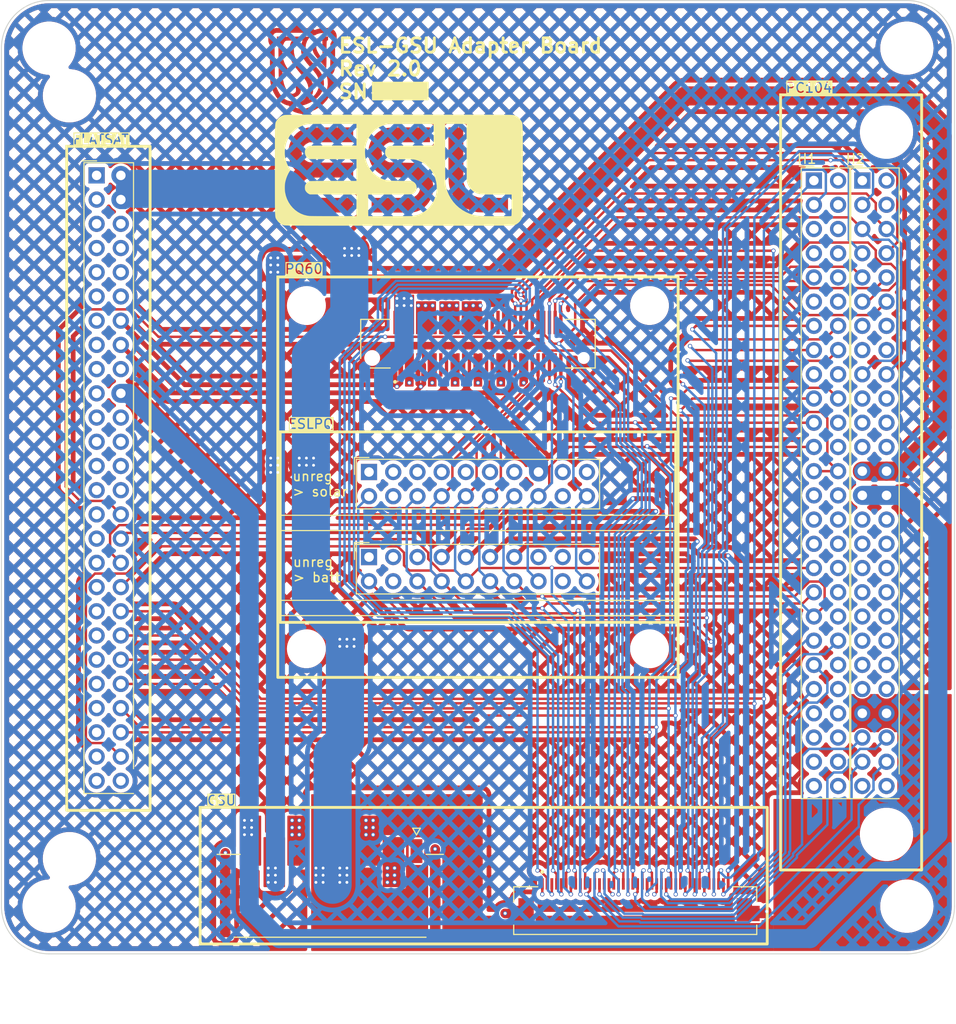
<source format=kicad_pcb>
(kicad_pcb (version 20221018) (generator pcbnew)
  (layers (0 "F.Cu" signal) (1 "In1.Cu" signal) (2 "In2.Cu" signal) (31 "B.Cu" signal) (34 "B.Paste" user) (35 "F.Paste" user) (36 "B.SilkS" user "B.Silkscreen") (37 "F.SilkS" user "F.Silkscreen") (38 "B.Mask" user) (39 "F.Mask" user) (44 "Edge.Cuts" user))
  (net 0 "")
  (net 1 "GND")
  (net 2 "/GPIO_8")
  (net 3 "/GPIO_7")
  (net 4 "/GPIO_6")
  (net 5 "/GPIO_5")
  (net 6 "/GPIO_4")
  (net 7 "/GPIO_3")
  (net 8 "/GPIO_2")
  (net 9 "/GPIO_1")
  (net 10 "/5V_S2")
  (net 11 "/SPI2_NSS")
  (net 12 "/SPI2_SCK")
  (net 13 "/SPI2_MOSI")
  (net 14 "/SPI2_MISO")
  (net 15 "/SPI1_NSS")
  (net 16 "/SPI1_SCK")
  (net 17 "/SPI1_MOSI")
  (net 18 "/SPI1_MISO")
  (net 19 "/5V_S1")
  (net 20 "/I2C2_SDA")
  (net 21 "/I2C2_SCL")
  (net 22 "/I2C1_SDA")
  (net 23 "/I2C1_SCL")
  (net 24 "/UART2_RX")
  (net 25 "/UART2_TX")
  (net 26 "/UART1_RX")
  (net 27 "/UART1_TX")
  (net 28 "/3V3_S2")
  (net 29 "/RS4852_B")
  (net 30 "/RS4852_A")
  (net 31 "/RS4851_B")
  (net 32 "/RS4851_A")
  (net 33 "/CAN2_H")
  (net 34 "/CAN2_L")
  (net 35 "/CAN1_H")
  (net 36 "/CAN1_L")
  (net 37 "/3V3_S1")
  (net 38 "/BUS_CH2")
  (net 39 "/BUS_CH1")
  (net 40 "/BUS_UNREG")
  (net 41 "/BUS_5V")
  (net 42 "/BUS_3V3")
  (footprint "ESLGSU_Parts_Lib:AMPHENOL_62684-401100ALF" (layer "F.Cu") (at 103.5 133.2375)
    (fp_text reference "J1" hide)
    (fp_text value "AMPHENOL_62684-401100ALF")
  )
  (footprint "ESLGSU_Parts_Lib:MountingHole_3.2mm_M3_DIN965_Keepout" (layer "F.Cu") (at 42 42)
    (fp_text reference "H1" hide)
    (fp_text value "MountingHole")
  )
  (footprint "ESLGSU_Parts_Lib:MountingHole_3.2mm_M3_DIN965_Keepout" (layer "F.Cu") (at 44.135 127.01)
    (fp_text reference "H9" hide)
    (fp_text value "MountingHole")
  )
  (footprint "ESLGSU_Parts_Lib:PinSocket_2x26_P2.54mm_Vertical_OddEven" (layer "F.Cu") (at 124.785 55.89)
    (fp_text reference "J5" hide)
    (fp_text value "Conn_02x26_Odd_Even")
  )
  (footprint "LOGO" (layer "F.Cu") (at 78.7 54.8)
    (fp_text reference "G***" hide)
    (fp_text value "LOGO" hide)
  )
  (footprint "ESLGSU_Parts_Lib:MOLEX_1054301108" (layer "F.Cu") (at 71.5 131)
    (fp_text reference "J2" hide)
    (fp_text value "1054301108")
  )
  (footprint "ESLGSU_Parts_Lib:MountingHole_3.2mm_M3_DIN965_Keepout" (layer "F.Cu") (at 129.865 50.81)
    (fp_text reference "H3" hide)
    (fp_text value "MountingHole")
  )
  (footprint "ESLGSU_Parts_Lib:MountingHole_3.2mm_M3_DIN965_Keepout" (layer "F.Cu") (at 132 42)
    (fp_text reference "H7" hide)
    (fp_text value "MountingHole")
  )
  (footprint "ESLGSU_Parts_Lib:MountingHole_3.2mm_M3_DIN965_Keepout" (layer "F.Cu") (at 42 132)
    (fp_text reference "H4" hide)
    (fp_text value "MountingHole")
  )
  (footprint "ESLGSU_Parts_Lib:MountingHole_2.2mm_M2_DIN965_Keepout" (layer "F.Cu") (at 105 105)
    (fp_text reference "H11" hide)
    (fp_text value "MountingHole")
  )
  (footprint "LOGO" (layer "F.Cu") (at 68.65 44.25)
    (fp_text reference "G***" hide)
    (fp_text value "LOGO" hide)
  )
  (footprint "ESLGSU_Parts_Lib:MountingHole_2.2mm_M2_DIN965_Keepout" (layer "F.Cu") (at 69 105)
    (fp_text reference "H12" hide)
    (fp_text value "MountingHole")
  )
  (footprint "ESLGSU_Parts_Lib:MountingHole_3.2mm_M3_DIN965_Keepout" (layer "F.Cu") (at 129.865 124.47)
    (fp_text reference "H5" hide)
    (fp_text value "MountingHole")
  )
  (footprint "ESLGSU_Parts_Lib:PinSocket_2x26_P2.54mm_Vertical_OddEven" (layer "F.Cu") (at 129.865 55.89)
    (fp_text reference "J6" hide)
    (fp_text value "Conn_02x26_Odd_Even")
  )
  (footprint "ESLGSU_Parts_Lib:MountingHole_2.2mm_M2_DIN965_Keepout" (layer "F.Cu") (at 69 69)
    (fp_text reference "H6" hide)
    (fp_text value "MountingHole")
  )
  (footprint "ESLGSU_Parts_Lib:HIROSE_FX8C-60P-SV6_91_" (layer "F.Cu") (at 87 73)
    (fp_text reference "J8" hide)
    (fp_text value "Conn_02x30_Odd_Even")
  )
  (footprint "ESLGSU_Parts_Lib:MountingHole_3.2mm_M3_DIN965_Keepout" (layer "F.Cu") (at 132 132)
    (fp_text reference "H2" hide)
    (fp_text value "MountingHole")
  )
  (footprint "ESLGSU_Parts_Lib:PinHeader_2x10_P2.54mm_Vertical_PQ" (layer "F.Cu") (at 75.57 89 90)
    (fp_text reference "J7" hide)
    (fp_text value "Conn_02x10_Odd_Even")
  )
  (footprint "LOGO" (layer "F.Cu") (at 78.7 54.8)
    (fp_text reference "G***" hide)
    (fp_text value "LOGO" hide)
  )
  (footprint "ESLGSU_Parts_Lib:MountingHole_2.2mm_M2_DIN965_Keepout" (layer "F.Cu") (at 105 69)
    (fp_text reference "H10" hide)
    (fp_text value "MountingHole")
  )
  (footprint "ESLGSU_Parts_Lib:PinHeader_2x10_P2.54mm_Vertical_PQ" (layer "F.Cu") (at 75.57 97.92 90)
    (fp_text reference "J4" hide)
    (fp_text value "Conn_02x10_Odd_Even")
  )
  (footprint "ESLGSU_Parts_Lib:PinSocket_2x26_P2.54mm_Vertical_OddEven" (layer "F.Cu") (at 49.53 55.3466)
    (fp_text reference "J3" hide)
    (fp_text value "Conn_02x26_Odd_Even")
  )
  (footprint "ESLGSU_Parts_Lib:MountingHole_3.2mm_M3_DIN965_Keepout" (layer "F.Cu") (at 44.135 47)
    (fp_text reference "H8" hide)
    (fp_text value "MountingHole")
  )
  (gr_rect (start 66 66) (end 108 108) (stroke (width 0.3)) (fill none) (layer "F.SilkS"))
  (gr_rect (start 75.95 45.6) (end 81.75 47.4) (stroke (width 0.15)) (fill solid) (layer "F.SilkS"))
  (gr_rect (start 118.75 46.9) (end 133.55 128.2) (stroke (width 0.3)) (fill none) (layer "F.SilkS"))
  (gr_rect (start 57.849 121.637) (end 117.35 135.963) (stroke (width 0.3)) (fill none) (layer "F.SilkS"))
  (gr_rect (start 66.249 82.25) (end 107.75 102.226) (stroke (width 0.3)) (fill none) (layer "F.SilkS"))
  (gr_rect (start 43.85 52.3) (end 52.6 121.95) (stroke (width 0.3)) (fill none) (layer "F.SilkS"))
  (gr_line (start 137 42) (end 137 132) (stroke (width 0.1)) (layer "Edge.Cuts"))
  (gr_arc (start 137 132) (mid 135.535534 135.535534) (end 132 137) (stroke (width 0.1)) (layer "Edge.Cuts"))
  (gr_arc (start 42 137) (mid 38.464466 135.535534) (end 37 132) (stroke (width 0.1)) (layer "Edge.Cuts"))
  (gr_line (start 42 37) (end 132 37) (stroke (width 0.1)) (layer "Edge.Cuts"))
  (gr_arc (start 132 37) (mid 135.535534 38.464466) (end 137 42) (stroke (width 0.1)) (layer "Edge.Cuts"))
  (gr_arc (start 37 42) (mid 38.464466 38.464466) (end 42 37) (stroke (width 0.1)) (layer "Edge.Cuts"))
  (gr_line (start 132 137) (end 42 137) (stroke (width 0.1)) (layer "Edge.Cuts"))
  (gr_line (start 37 132) (end 37 42) (stroke (width 0.1)) (layer "Edge.Cuts"))
  (gr_text "H1" (at 120.4 54.2) (layer "F.SilkS") (effects (font (size 1 1)) (justify left bottom)))
  (gr_text "ESLPQ" (at 67 82) (layer "F.SilkS" knockout) (effects (font (size 1 1)) (justify left bottom)))
  (gr_text "PQ60" (at 66.65 65.75) (layer "F.SilkS" knockout) (effects (font (size 1 1)) (justify left bottom)))
  (gr_text "H2" (at 125.5 54.2) (layer "F.SilkS") (effects (font (size 1 1)) (justify left bottom)))
  (gr_text "ESL-GSU Adapter Board\nRev 2.0\nSN " (at 72.225 47.45) (layer "F.SilkS") (effects (font (size 1.5 1.5) (thickness 0.3) bold) (justify left bottom)))
  (gr_text "unreg\n> solar" (at 67.45 89.1) (layer "F.SilkS") (effects (font (size 1 1)) (justify left bottom)))
  (gr_text "PC104" (at 119.2 46.75) (layer "F.SilkS" knockout) (effects (font (size 1 1)) (justify left bottom)))
  (gr_text "FLATSAT" (at 44.4 52.15) (layer "F.SilkS" knockout) (effects (font (size 1 1)) (justify left bottom)))
  (gr_text "unreg\n> batt" (at 67.5 98.1) (layer "F.SilkS") (effects (font (size 1 1)) (justify left bottom)))
  (gr_text "GSU" (at 58.5 121.5) (layer "F.SilkS" knockout) (effects (font (size 1 1)) (justify left bottom)))
  (segment (start 110.75 129.6625) (end 110.75 130.75) (width 0.254) (layer "F.Cu") (net 1))
  (segment (start 82.52 126.02) (end 82.5 126) (width 1) (layer "F.Cu") (net 1))
  (segment (start 94.5 75.225) (end 94.5 77) (width 0.254) (layer "F.Cu") (net 1))
  (segment (start 117.0875 132.7625) (end 117.3 132.55) (width 1) (layer "F.Cu") (net 1))
  (segment (start 82.52 131.155) (end 82.52 126.02) (width 1) (layer "F.Cu") (net 1))
  (segment (start 93.75 129.6625) (end 93.75 130.75) (width 0.254) (layer "F.Cu") (net 1))
  (segment (start 89.8625 132.7625) (end 89.85 132.75) (width 1) (layer "F.Cu") (net 1))
  (segment (start 100.75 130.378503) (end 100.75 129.6625) (width 0.254) (layer "F.Cu") (net 1))
  (segment (start 114.95 132.7625) (end 117.0875 132.7625) (width 1) (layer "F.Cu") (net 1))
  (segment (start 92.05 132.7625) (end 89.8625 132.7625) (width 1) (layer "F.Cu") (net 1))
  (segment (start 60.48 131.155) (end 60.48 126.42) (width 1) (layer "F.Cu") (net 1))
  (segment (start 105.75 130.5) (end 105.5 130.75) (width 0.254) (layer "F.Cu") (net 1))
  (segment (start 105.75 129.6625) (end 105.75 130.5) (width 0.254) (layer "F.Cu") (net 1))
  (segment (start 101.121497 130.75) (end 100.75 130.378503) (width 0.254) (layer "F.Cu") (net 1))
  (segment (start 60.48 126.42) (end 60.5 126.4) (width 1) (layer "F.Cu") (net 1))
  (via (at 86.5 69) (size 0.45) (drill 0.3) (layers "F.Cu" "B.Cu") (net 1))
  (via (at 68.25 123.75) (size 0.45) (drill 0.3) (layers "F.Cu" "B.Cu") (net 1))
  (via (at 82.25 69) (size 0.45) (drill 0.3) (layers "F.Cu" "B.Cu") (net 1))
  (via (at 89.85 132.75) (size 0.45) (drill 0.3) (layers "F.Cu" "B.Cu") (net 1))
  (via (at 76 123.75) (size 0.45) (drill 0.3) (layers "F.Cu" "B.Cu") (net 1))
  (via (at 67.5 123.75) (size 0.45) (drill 0.3) (layers "F.Cu" "B.Cu") (net 1))
  (via (at 85.75 69) (size 0.45) (drill 0.3) (layers "F.Cu" "B.Cu") (net 1))
  (via (at 75.25 123) (size 0.45) (drill 0.3) (layers "F.Cu" "B.Cu") (net 1))
  (via (at 79.8 77.1) (size 0.45) (drill 0.3) (layers "F.Cu" "B.Cu") (net 1))
  (via (at 75.25 124.5) (size 0.45) (drill 0.3) (layers "F.Cu" "B.Cu") (net 1))
  (via (at 105.5 130.75) (size 0.45) (drill 0.3) (layers "F.Cu" "B.Cu") (net 1))
  (via (at 89.4 77.1) (size 0.45) (drill 0.3) (layers "F.Cu" "B.Cu") (net 1))
  (via (at 87 77.1) (size 0.45) (drill 0.3) (layers "F.Cu" "B.Cu") (net 1))
  (via (at 81.5 69) (size 0.45) (drill 0.3) (layers "F.Cu" "B.Cu") (net 1))
  (via (at 93.75 130.75) (size 0.45) (drill 0.3) (layers "F.Cu" "B.Cu") (net 1))
  (via (at 87.25 69) (size 0.45) (drill 0.3) (layers "F.Cu" "B.Cu") (net 1))
  (via (at 82.2 77.1) (size 0.45) (drill 0.3) (layers "F.Cu" "B.Cu") (net 1))
  (via (at 84.6 77.1) (size 0.45) (drill 0.3) (layers "F.Cu" "B.Cu") (net 1))
  (via (at 76 123) (size 0.45) (drill 0.3) (layers "F.Cu" "B.Cu") (net 1))
  (via (at 110.75 130.75) (size 0.45) (drill 0.3) (layers "F.Cu" "B.Cu") (net 1))
  (via (at 94.5 77) (size 0.45) (drill 0.3) (layers "F.Cu" "B.Cu") (net 1))
  (via (at 76 124.5) (size 0.45) (drill 0.3) (layers "F.Cu" "B.Cu") (net 1))
  (via (at 75.25 123.75) (size 0.45) (drill 0.3) (layers "F.Cu" "B.Cu") (net 1))
  (via (at 117.3 132.55) (size 0.45) (drill 0.3) (layers "F.Cu" "B.Cu") (net 1))
  (via (at 68.25 124.5) (size 0.45) (drill 0.3) (layers "F.Cu" "B.Cu") (net 1))
  (via (at 91.8 77.1) (size 0.45) (drill 0.3) (layers "F.Cu" "B.Cu") (net 1))
  (via (at 68.25 123) (size 0.45) (drill 0.3) (layers "F.Cu" "B.Cu") (net 1))
  (via (at 80.75 69) (size 0.45) (drill 0.3) (layers "F.Cu" "B.Cu") (net 1))
  (via (at 67.5 124.5) (size 0.45) (drill 0.3) (layers "F.Cu" "B.Cu") (net 1))
  (via (at 60.5 126.4) (size 0.45) (drill 0.3) (layers "F.Cu" "B.Cu") (net 1))
  (via (at 101.121497 130.75) (size 0.45) (drill 0.3) (layers "F.Cu" "B.Cu") (net 1))
  (via (at 82.5 126) (size 0.45) (drill 0.3) (layers "F.Cu" "B.Cu") (net 1))
  (via (at 67.5 123) (size 0.45) (drill 0.3) (layers "F.Cu" "B.Cu") (net 1))
  (segment (start 90.565 67.435) (end 90.565 68.465) (width 0.254) (layer "F.Cu") (net 2))
  (segment (start 105 53) (end 90.565 67.435) (width 0.254) (layer "F.Cu") (net 2))
  (segment (start 124.000948 53) (end 105 53) (width 0.254) (layer "F.Cu") (net 2))
  (segment (start 94.25 129.6625) (end 94.25 129.020762) (width 0.254) (layer "F.Cu") (net 2))
  (segment (start 129.865 63.51) (end 130.992 62.383) (width 0.254) (layer "F.Cu") (net 2))
  (segment (start 124.750948 53.75) (end 124.000948 53) (width 0.254) (layer "F.Cu") (net 2))
  (segment (start 94.25 129.020762) (end 93.479238 128.25) (width 0.254) (layer "F.Cu") (net 2))
  (segment (start 130.992 55.424828) (end 129.317172 53.75) (width 0.254) (layer "F.Cu") (net 2))
  (segment (start 90.9 70.775) (end 90.9 68.8) (width 0.254) (layer "F.Cu") (net 2))
  (segment (start 130.992 62.383) (end 130.992 55.424828) (width 0.254) (layer "F.Cu") (net 2))
  (segment (start 129.317172 53.75) (end 124.750948 53.75) (width 0.254) (layer "F.Cu") (net 2))
  (segment (start 93.479238 128.25) (end 93.25 128.25) (width 0.254) (layer "F.Cu") (net 2))
  (segment (start 90.565 68.465) (end 90.9 68.8) (width 0.254) (layer "F.Cu") (net 2))
  (via (at 90.9 68.8) (size 0.45) (drill 0.3) (layers "F.Cu" "B.Cu") (net 2))
  (via (at 93.25 128.25) (size 0.45) (drill 0.3) (layers "F.Cu" "B.Cu") (net 2))
  (segment (start 91.665 66.415) (end 92.435 67.185) (width 0.254) (layer "B.Cu") (net 2))
  (segment (start 72.5 74.5) (end 76.5 70.5) (width 0.254) (layer "B.Cu") (net 2))
  (segment (start 91.131 69.031) (end 90.9 68.8) (width 0.254) (layer "B.Cu") (net 2))
  (segment (start 76 102) (end 72.5 98.5) (width 0.254) (layer "B.Cu") (net 2))
  (segment (start 76.5 68.301365) (end 78.386365 66.415) (width 0.254) (layer "B.Cu") (net 2))
  (segment (start 93.25 105.25) (end 91.25 103.25) (width 0.254) (layer "B.Cu") (net 2))
  (segment (start 76.5 68.75) (end 76.5 68.301365) (width 0.254) (layer "B.Cu") (net 2))
  (segment (start 91.969 69.031) (end 91.131 69.031) (width 0.254) (layer "B.Cu") (net 2))
  (segment (start 92.435 67.185) (end 92.435 68.565) (width 0.254) (layer "B.Cu") (net 2))
  (segment (start 90 102) (end 76 102) (width 0.254) (layer "B.Cu") (net 2))
  (segment (start 93.25 105.75) (end 93.25 105.25) (width 0.254) (layer "B.Cu") (net 2))
  (segment (start 93.25 128.25) (end 93.25 105.75) (width 0.254) (layer "B.Cu") (net 2))
  (segment (start 72.5 98.5) (end 72.5 89.75) (width 0.254) (layer "B.Cu") (net 2))
  (segment (start 92.435 68.565) (end 91.969 69.031) (width 0.254) (layer "B.Cu") (net 2))
  (segment (start 78.386365 66.415) (end 91.665 66.415) (width 0.254) (layer "B.Cu") (net 2))
  (segment (start 76.5 70.5) (end 76.5 68.75) (width 0.254) (layer "B.Cu") (net 2))
  (segment (start 72.5 89.75) (end 72.5 74.5) (width 0.254) (layer "B.Cu") (net 2))
  (segment (start 91.25 103.25) (end 90 102) (width 0.254) (layer "B.Cu") (net 2))
  (segment (start 104.870549 53.75) (end 90.969 67.651549) (width 0.254) (layer "F.Cu") (net 3))
  (segment (start 91.377555 68.5) (end 91.5 68.5) (width 0.254) (layer "F.Cu") (net 3))
  (segment (start 90.969 68.091445) (end 91.377555 68.5) (width 0.254) (layer "F.Cu") (net 3))
  (segment (start 124 53.75) (end 104.870549 53.75) (width 0.254) (layer "F.Cu") (net 3))
  (segment (start 94.75 129.6625) (end 94.75 130.75) (width 0.254) (layer "F.Cu") (net 3))
  (segment (start 90.969 67.651549) (end 90.969 68.091445) (width 0.254) (layer "F.Cu") (net 3))
  (segment (start 91.5 70.775) (end 91.5 68.5) (width 0.254) (layer "F.Cu") (net 3))
  (via (at 94.75 130.75) (size 0.45) (drill 0.3) (layers "F.Cu" "B.Cu") (net 3))
  (via (at 91.5 68.5) (size 0.45) (drill 0.3) (layers "F.Cu" "B.Cu") (net 3))
  (via (at 124 53.75) (size 0.45) (drill 0.3) (layers "F.Cu" "B.Cu") (net 3))
  (segment (start 125.912 54.662) (end 125.25 54) (width 0.254) (layer "B.Cu") (net 3))
  (segment (start 94.347503 130.347503) (end 94.347503 105.776161) (width 0.254) (layer "B.Cu") (net 3))
  (segment (start 73 74.571342) (end 76.904 70.667342) (width 0.254) (layer "B.Cu") (net 3))
  (segment (start 125 53.75) (end 124 53.75) (width 0.254) (layer "B.Cu") (net 3))
  (segment (start 125.25 54) (end 125 53.75) (width 0.254) (layer "B.Cu") (net 3))
  (segment (start 76.511144 101.596) (end 73 98.084856) (width 0.254) (layer "B.Cu") (net 3))
  (segment (start 92.031 68.397658) (end 91.928658 68.5) (width 0.254) (layer "B.Cu") (net 3))
  (segment (start 125.912 62.097) (end 125.912 54.662) (width 0.254) (layer "B.Cu") (net 3))
  (segment (start 94.347503 105.776161) (end 90.167342 101.596) (width 0.254) (layer "B.Cu") (net 3))
  (segment (start 76.904 70.667342) (end 76.904 70.637506) (width 0.254) (layer "B.Cu") (net 3))
  (segment (start 94.75 130.75) (end 94.347503 130.347503) (width 0.254) (layer "B.Cu") (net 3))
  (segment (start 78.553707 66.819) (end 91.319 66.819) (width 0.254) (layer "B.Cu") (net 3))
  (segment (start 91.928658 68.5) (end 91.5 68.5) (width 0.254) (layer "B.Cu") (net 3))
  (segment (start 76.904 70.637506) (end 77 70.541506) (width 0.254) (layer "B.Cu") (net 3))
  (segment (start 90.167342 101.596) (end 76.511144 101.596) (width 0.254) (layer "B.Cu") (net 3))
  (segment (start 73 98.084856) (end 73 74.571342) (width 0.254) (layer "B.Cu") (net 3))
  (segment (start 77 68.372707) (end 78.553707 66.819) (width 0.254) (layer "B.Cu") (net 3))
  (segment (start 91.319 66.819) (end 92.031 67.531) (width 0.254) (layer "B.Cu") (net 3))
  (segment (start 92.031 67.531) (end 92.031 68.397658) (width 0.254) (layer "B.Cu") (net 3))
  (segment (start 127.325 63.51) (end 125.912 62.097) (width 0.254) (layer "B.Cu") (net 3))
  (segment (start 77 70.541506) (end 77 68.372707) (width 0.254) (layer "B.Cu") (net 3))
  (segment (start 127.75 57.25) (end 102.121497 57.25) (width 0.254) (layer "F.Cu") (net 4))
  (segment (start 91.719948 67.969) (end 92.1 68.349052) (width 0.254) (layer "F.Cu") (net 4))
  (segment (start 129.865 60.97) (end 128.738 59.843) (width 0.254) (layer "F.Cu") (net 4))
  (segment (start 102.121497 57.25) (end 91.5 67.871497) (width 0.254) (layer "F.Cu") (net 4))
  (segment (start 91.5 67.871497) (end 91.597503 67.969) (width 0.254) (layer "F.Cu") (net 4))
  (segment (start 92.1 68.349052) (end 92.1 70.775) (width 0.254) (layer "F.Cu") (net 4))
  (segment (start 128.738 58.238) (end 127.75 57.25) (width 0.254) (layer "F.Cu") (net 4))
  (segment (start 95.25 128.621497) (end 95.25 129.6625) (width 0.254) (layer "F.Cu") (net 4))
  (segment (start 94.878503 128.25) (end 95.25 128.621497) (width 0.254) (layer "F.Cu") (net 4))
  (segment (start 91.597503 67.969) (end 91.719948 67.969) (width 0.254) (layer "F.Cu") (net 4))
  (segment (start 128.738 59.843) (end 128.738 58.238) (width 0.254) (layer "F.Cu") (net 4))
  (via (at 94.878503 128.25) (size 0.45) (drill 0.3) (layers "F.Cu" "B.Cu") (net 4))
  (via (at 91.5 67.871497) (size 0.45) (drill 0.3) (layers "F.Cu" "B.Cu") (net 4))
  (segment (start 90.851503 67.223) (end 91.5 67.871497) (width 0.254) (layer "B.Cu") (net 4))
  (segment (start 131.396 62.501) (end 129.865 60.97) (width 0.254) (layer "B.Cu") (net 4))
  (segment (start 76.678486 101.192) (end 73.5 98.013514) (width 0.254) (layer "B.Cu") (net 4))
  (segment (start 77.565 68.379049) (end 78.721049 67.223) (width 0.254) (layer "B.Cu") (net 4))
  (segment (start 131.396 74.679) (end 131.396 62.501) (width 0.254) (layer "B.Cu") (net 4))
  (segment (start 77 71.75) (end 77.565 71.185) (width 0.254) (layer "B.Cu") (net 4))
  (segment (start 94.878503 128.25) (end 94.878503 105.735819) (width 0.254) (layer "B.Cu") (net 4))
  (segment (start 129.865 76.21) (end 131.396 74.679) (width 0.254) (layer "B.Cu") (net 4))
  (segment (start 78.721049 67.223) (end 90.851503 67.223) (width 0.254) (layer "B.Cu") (net 4))
  (segment (start 76.72667 71.75) (end 77 71.75) (width 0.254) (layer "B.Cu") (net 4))
  (segment (start 73.5 74.97667) (end 76.72667 71.75) (width 0.254) (layer "B.Cu") (net 4))
  (segment (start 77.565 71.185) (end 77.565 68.379049) (width 0.254) (layer "B.Cu") (net 4))
  (segment (start 73.5 98.013514) (end 73.5 74.97667) (width 0.254) (layer "B.Cu") (net 4))
  (segment (start 94.878503 105.735819) (end 90.334684 101.192) (width 0.254) (layer "B.Cu") (net 4))
  (segment (start 90.334684 101.192) (end 76.678486 101.192) (width 0.254) (layer "B.Cu") (net 4))
  (segment (start 92.7 68.37771) (end 101.32771 59.75) (width 0.254) (layer "F.Cu") (net 5))
  (segment (start 48.112344 89.488944) (end 45.238944 89.488944) (width 0.254) (layer "F.Cu") (net 5))
  (segment (start 53.477 72.277) (end 50.6 69.4) (width 0.254) (layer "F.Cu") (net 5))
  (segment (start 92.7 72) (end 92.423 72.277) (width 0.254) (layer "F.Cu") (net 5))
  (segment (start 126.105 59.75) (end 127.325 60.97) (width 0.254) (layer "F.Cu") (net 5))
  (segment (start 50.6 69.4) (end 46.25 69.4) (width 0.254) (layer "F.Cu") (net 5))
  (segment (start 45.238944 89.488944) (end 43.75 88) (width 0.254) (layer "F.Cu") (net 5))
  (segment (start 92.7 70.775) (end 92.7 72) (width 0.254) (layer "F.Cu") (net 5))
  (segment (start 46.25 69.4) (end 43.75 71.9) (width 0.254) (layer "F.Cu") (net 5))
  (segment (start 92.423 72.277) (end 77.25 72.277) (width 0.254) (layer "F.Cu") (net 5))
  (segment (start 95.75 129.6625) (end 95.75 130.75) (width 0.254) (layer "F.Cu") (net 5))
  (segment (start 43.75 88) (end 43.75 71.9) (width 0.254) (layer "F.Cu") (net 5))
  (segment (start 49.53 90.9066) (end 48.112344 89.488944) (width 0.254) (layer "F.Cu") (net 5))
  (segment (start 92.7 70.775) (end 92.7 68.37771) (width 0.254) (layer "F.Cu") (net 5))
  (segment (start 77.25 72.277) (end 53.477 72.277) (width 0.254) (layer "F.Cu") (net 5))
  (segment (start 101.32771 59.75) (end 126.105 59.75) (width 0.254) (layer "F.Cu") (net 5))
  (via (at 95.75 130.75) (size 0.45) (drill 0.3) (layers "F.Cu" "B.Cu") (net 5))
  (via (at 77.25 72.277) (size 0.45) (drill 0.3) (layers "F.Cu" "B.Cu") (net 5))
  (segment (start 76.798012 72.25) (end 77.25 72.25) (width 0.254) (layer "B.Cu") (net 5))
  (segment (start 95.75 130.75) (end 95.409503 130.409503) (width 0.254) (layer "B.Cu") (net 5))
  (segment (start 95.409503 105.695477) (end 90.502026 100.788) (width 0.254) (layer "B.Cu") (net 5))
  (segment (start 128.447344 62.092344) (end 127.325 60.97) (width 0.254) (layer "B.Cu") (net 5))
  (segment (start 130.1 62.092344) (end 128.447344 62.092344) (width 0.254) (layer "B.Cu") (net 5))
  (segment (start 76.845828 100.788) (end 74 97.942172) (width 0.254) (layer "B.Cu") (net 5))
  (segment (start 77.25 72.25) (end 77.25 72.277) (width 0.254) (layer "B.Cu") (net 5))
  (segment (start 127.325 76.21) (end 128.742656 74.792344) (width 0.254) (layer "B.Cu") (net 5))
  (segment (start 130.992 62.984344) (end 130.1 62.092344) (width 0.254) (layer "B.Cu") (net 5))
  (segment (start 95.409503 130.409503) (end 95.409503 105.695477) (width 0.254) (layer "B.Cu") (net 5))
  (segment (start 74 97.942172) (end 74 75.048012) (width 0.254) (layer "B.Cu") (net 5))
  (segment (start 130.334828 74.792344) (end 130.992 74.135172) (width 0.254) (layer "B.Cu") (net 5))
  (segment (start 128.742656 74.792344) (end 130.334828 74.792344) (width 0.254) (layer "B.Cu") (net 5))
  (segment (start 90.502026 100.788) (end 76.845828 100.788) (width 0.254) (layer "B.Cu") (net 5))
  (segment (start 74 75.048012) (end 76.798012 72.25) (width 0.254) (layer "B.Cu") (net 5))
  (segment (start 130.992 74.135172) (end 130.992 62.984344) (width 0.254) (layer "B.Cu") (net 5))
  (segment (start 93.3 70.775) (end 93.3 68.8) (width 0.254) (layer "F.Cu") (net 6))
  (segment (start 96.25 129.6625) (end 96.25 128.5) (width 0.254) (layer "F.Cu") (net 6))
  (segment (start 122.855656 97.947656) (end 123.372 98.464) (width 0.254) (layer "F.Cu") (net 6))
  (segment (start 93.3 68.349052) (end 98.399052 63.25) (width 0.254) (layer "F.Cu") (net 6))
  (segment (start 92.39 99.5) (end 120.222828 99.5) (width 0.254) (layer "F.Cu") (net 6))
  (segment (start 70.22331 92.848032) (end 71.071342 92) (width 0.254) (layer "F.Cu") (net 6))
  (segment (start 49.53 93.4466) (end 50.128568 92.848032) (width 0.254) (layer "F.Cu") (net 6))
  (segment (start 93.3 68.8) (end 93.3 68.349052) (width 0.254) (layer "F.Cu") (net 6))
  (segment (start 123.372 100.483) (end 122.245 101.61) (width 0.254) (layer "F.Cu") (net 6))
  (segment (start 87.81 92) (end 90.81 89) (width 0.254) (layer "F.Cu") (net 6))
  (segment (start 96.25 128.5) (end 96.5 128.25) (width 0.254) (layer "F.Cu") (net 6))
  (segment (start 50.128568 92.848032) (end 70.22331 92.848032) (width 0.254) (layer "F.Cu") (net 6))
  (segment (start 120.222828 99.5) (end 121.775172 97.947656) (width 0.254) (layer "F.Cu") (net 6))
  (segment (start 71.071342 92) (end 87.81 92) (width 0.254) (layer "F.Cu") (net 6))
  (segment (start 121.775172 97.947656) (end 122.855656 97.947656) (width 0.254) (layer "F.Cu") (net 6))
  (segment (start 123.372 98.464) (end 123.372 100.483) (width 0.254) (layer "F.Cu") (net 6))
  (segment (start 90.81 97.92) (end 92.39 99.5) (width 0.254) (layer "F.Cu") (net 6))
  (segment (start 98.399052 63.25) (end 118 63.25) (width 0.254) (layer "F.Cu") (net 6))
  (via (at 93.75 99.5) (size 0.45) (drill 0.3) (layers "F.Cu" "B.Cu") (net 6))
  (via (at 118 63.25) (size 0.45) (drill 0.3) (layers "F.Cu" "B.Cu") (net 6))
  (via (at 96.5 128.25) (size 0.45) (drill 0.3) (layers "F.Cu" "B.Cu") (net 6))
  (segment (start 89.683 90.127) (end 89.683 96.793) (width 0.254) (layer "B.Cu") (net 6))
  (segment (start 90.81 89) (end 89.683 90.127) (width 0.254) (layer "B.Cu") (net 6))
  (segment (start 89.683 96.793) (end 90.81 97.92) (width 0.254) (layer "B.Cu") (net 6))
  (segment (start 96.5 128.25) (end 96.5 102.25) (width 0.254) (layer "B.Cu") (net 6))
  (segment (start 96.5 102.25) (end 93.75 99.5) (width 0.254) (layer "B.Cu") (net 6))
  (segment (start 118 97.365) (end 118 63.25) (width 0.254) (layer "B.Cu") (net 6))
  (segment (start 122.245 101.61) (end 118 97.365) (width 0.254) (layer "B.Cu") (net 6))
  (segment (start 93.9 76.893632) (end 93.9 75.225) (width 0.254) (layer "F.Cu") (net 7))
  (segment (start 88.27 97.92) (end 91.1 100.75) (width 0.254) (layer "F.Cu") (net 7))
  (segment (start 88.27 89) (end 89.397 87.873) (width 0.254) (layer "F.Cu") (net 7))
  (segment (start 121.065 100.25) (end 94.25 100.25) (width 0.254) (layer "F.Cu") (net 7))
  (segment (start 48.403 92.981428) (end 49.355484 92.028944) (width 0.254) (layer "F.Cu") (net 7))
  (segment (start 72.25 90.25) (end 87.02 90.25) (width 0.254) (layer "F.Cu") (net 7))
  (segment (start 70.471056 92.028944) (end 72.25 90.25) (width 0.254) (layer "F.Cu") (net 7))
  (segment (start 94.25 100.25) (end 93.75 100.75) (width 0.254) (layer "F.Cu") (net 7))
  (segment (start 49.355484 92.028944) (end 70.471056 92.028944) (width 0.254) (layer "F.Cu") (net 7))
  (segment (start 89.397 87.873) (end 89.397 81.396632) (width 0.254) (layer "F.Cu") (net 7))
  (segment (start 91.1 100.75) (end 93.75 100.75) (width 0.254) (layer "F.Cu") (net 7))
  (segment (start 48.403 94.8596) (end 48.403 92.981428) (width 0.254) (layer "F.Cu") (net 7))
  (segment (start 87.02 90.25) (end 88.27 89) (width 0.254) (layer "F.Cu") (net 7))
  (segment (start 89.397 81.396632) (end 93.9 76.893632) (width 0.254) (layer "F.Cu") (net 7))
  (segment (start 49.53 95.9866) (end 48.403 94.8596) (width 0.254) (layer "F.Cu") (net 7))
  (segment (start 96.75 129.6625) (end 96.75 130.75) (width 0.254) (layer "F.Cu") (net 7))
  (segment (start 122.245 99.07) (end 121.065 100.25) (width 0.254) (layer "F.Cu") (net 7))
  (via (at 93.75 100.75) (size 0.45) (drill 0.3) (layers "F.Cu" "B.Cu") (net 7))
  (via (at 96.75 130.75) (size 0.45) (drill 0.3) (layers "F.Cu" "B.Cu") (net 7))
  (segment (start 88.27 89) (end 87.143 90.127) (width 0.254) (layer "B.Cu") (net 7))
  (segment (start 87.143 90.127) (end 87.143 96.793) (width 0.254) (layer "B.Cu") (net 7))
  (segment (start 96.75 130.75) (end 95.969 129.969) (width 0.254) (layer "B.Cu") (net 7))
  (segment (start 95.969 129.969) (end 95.969 102.969) (width 0.254) (layer "B.Cu") (net 7))
  (segment (start 95.969 102.969) (end 93.75 100.75) (width 0.254) (layer "B.Cu") (net 7))
  (segment (start 87.143 96.793) (end 88.27 97.92) (width 0.254) (layer "B.Cu") (net 7))
  (segment (start 45.863 98.061428) (end 46.815484 97.108944) (width 0.254) (layer "F.Cu") (net 8))
  (segment (start 122.245 96.53) (end 94.75 96.53) (width 0.254) (layer "F.Cu") (net 8))
  (segment (start 86.857 87.873) (end 86.857 83.36529) (width 0.254) (layer "F.Cu") (net 8))
  (segment (start 46.388944 114.888944) (end 45.863 114.363) (width 0.254) (layer "F.Cu") (net 8))
  (segment (start 97.25 129.6625) (end 97.25 128.371497) (width 0.254) (layer "F.Cu") (net 8))
  (segment (start 87.12 96.53) (end 85.73 97.92) (width 0.254) (layer "F.Cu") (net 8))
  (segment (start 93.3 76.92229) (end 93.3 75.225) (width 0.254) (layer "F.Cu") (net 8))
  (segment (start 50.141056 97.108944) (end 53.75 93.5) (width 0.254) (layer "F.Cu") (net 8))
  (segment (start 94.75 96.53) (end 94.75 96.5) (width 0.254) (layer "F.Cu") (net 8))
  (segment (start 53.75 93.5) (end 80.25 93.5) (width 0.254) (layer "F.Cu") (net 8))
  (segment (start 94.75 96.53) (end 87.12 96.53) (width 0.254) (layer "F.Cu") (net 8))
  (segment (start 83 96.797656) (end 84.607656 96.797656) (width 0.254) (layer "F.Cu") (net 8))
  (segment (start 81.777 95.574656) (end 83 96.797656) (width 0.254) (layer "F.Cu") (net 8))
  (segment (start 81.777 94.914828) (end 81.777 95.574656) (width 0.254) (layer "F.Cu") (net 8))
  (segment (start 86.857 83.36529) (end 93.3 76.92229) (width 0.254) (layer "F.Cu") (net 8))
  (segment (start 85.73 89) (end 86.857 87.873) (width 0.254) (layer "F.Cu") (net 8))
  (segment (start 49.53 116.3066) (end 48.112344 114.888944) (width 0.254) (layer "F.Cu") (net 8))
  (segment (start 84.607656 96.797656) (end 85.73 97.92) (width 0.254) (layer "F.Cu") (net 8))
  (segment (start 46.815484 97.108944) (end 50.141056 97.108944) (width 0.254) (layer "F.Cu") (net 8))
  (segment (start 48.112344 114.888944) (end 46.388944 114.888944) (width 0.254) (layer "F.Cu") (net 8))
  (segment (start 97.25 128.371497) (end 97.128503 128.25) (width 0.254) (layer "F.Cu") (net 8))
  (segment (start 80.362172 93.5) (end 81.777 94.914828) (width 0.254) (layer "F.Cu") (net 8))
  (segment (start 80.25 93.5) (end 80.362172 93.5) (width 0.254) (layer "F.Cu") (net 8))
  (segment (start 45.863 114.363) (end 45.863 98.061428) (width 0.254) (layer "F.Cu") (net 8))
  (via (at 94.75 96.5) (size 0.45) (drill 0.3) (layers "F.Cu" "B.Cu") (net 8))
  (via (at 97.128503 128.25) (size 0.45) (drill 0.3) (layers "F.Cu" "B.Cu") (net 8))
  (segment (start 84.603 96.793) (end 85.73 97.92) (width 0.254) (layer "B.Cu") (net 8))
  (segment (start 97.128503 101.628503) (end 94.75 99.25) (width 0.254) (layer "B.Cu") (net 8))
  (segment (start 97.128503 128.25) (end 97.128503 101.628503) (width 0.254) (layer "B.Cu") (net 8))
  (segment (start 85.73 89) (end 84.603 90.127) (width 0.254) (layer "B.Cu") (net 8))
  (segment (start 84.603 90.127) (end 84.603 96.793) (width 0.254) (layer "B.Cu") (net 8))
  (segment (start 94.75 99.25) (end 94.75 96.5) (width 0.254) (layer "B.Cu") (net 8))
  (segment (start 97.219 101.281) (end 97.5 101) (width 0.254) (layer "F.Cu") (net 9))
  (segment (start 49.53 98.5266) (end 53.8036 94.253) (width 0.254) (layer "F.Cu") (net 9))
  (segment (start 121.219 80.531) (end 121.582344 80.167656) (width 0.254) (layer "F.Cu") (net 9))
  (segment (start 92.977 73.723) (end 100.973 73.723) (width 0.254) (layer "F.Cu") (net 9))
  (segment (start 79.793 96.793) (end 82.063 96.793) (width 0.254) (layer "F.Cu") (net 9))
  (segment (start 92.7 76.950948) (end 92.7 75.225) (width 0.254) (layer "F.Cu") (net 9))
  (segment (start 84.317 85.333948) (end 92.7 76.950948) (width 0.254) (layer "F.Cu") (net 9))
  (segment (start 83.19 97.92) (end 86.551 101.281) (width 0.254) (layer "F.Cu") (net 9))
  (segment (start 97.75 129.6625) (end 97.75 130.75) (width 0.254) (layer "F.Cu") (net 9))
  (segment (start 92.7 74) (end 92.977 73.723) (width 0.254) (layer "F.Cu") (net 9))
  (segment (start 123.658 85.243) (end 124.785 86.37) (width 0.254) (layer "F.Cu") (net 9))
  (segment (start 107.781 80.531) (end 121.219 80.531) (width 0.254) (layer "F.Cu") (net 9))
  (segment (start 123.658 80.824828) (end 123.658 85.243) (width 0.254) (layer "F.Cu") (net 9))
  (segment (start 82.063 96.793) (end 83.19 97.92) (width 0.254) (layer "F.Cu") (net 9))
  (segment (start 83.19 89) (end 84.317 87.873) (width 0.254) (layer "F.Cu") (net 9))
  (segment (start 121.582344 80.167656) (end 123.000828 80.167656) (width 0.254) (layer "F.Cu") (net 9))
  (segment (start 86.551 101.281) (end 97.219 101.281) (width 0.254) (layer "F.Cu") (net 9))
  (segment (start 123.000828 80.167656) (end 123.658 80.824828) (width 0.254) (layer "F.Cu") (net 9))
  (segment (start 79.237 94.914828) (end 79.237 96.237) (width 0.254) (layer "F.Cu") (net 9))
  (segment (start 53.8036 94.253) (end 78.575172 94.253) (width 0.254) (layer "F.Cu") (net 9))
  (segment (start 79.237 96.237) (end 79.793 96.793) (width 0.254) (layer "F.Cu") (net 9))
  (segment (start 100.973 73.723) (end 107.781 80.531) (width 0.254) (layer "F.Cu") (net 9))
  (segment (start 84.317 87.873) (end 84.317 85.333948) (width 0.254) (layer "F.Cu") (net 9))
  (segment (start 92.7 75.225) (end 92.7 74) (width 0.254) (layer "F.Cu") (net 9))
  (segment (start 78.575172 94.253) (end 79.237 94.914828) (width 0.254) (layer "F.Cu") (net 9))
  (segment (start 124.785 86.37) (end 122.245 86.37) (width 0.254) (layer "F.Cu") (net 9))
  (via (at 97.5 101) (size 0.45) (drill 0.3) (layers "F.Cu" "B.Cu") (net 9))
  (via (at 97.75 130.75) (size 0.45) (drill 0.3) (layers "F.Cu" "B.Cu") (net 9))
  (segment (start 83.19 89) (end 82.063 90.127) (width 0.254) (layer "B.Cu") (net 9))
  (segment (start 82.063 96.793) (end 83.19 97.92) (width 0.254) (layer "B.Cu") (net 9))
  (segment (start 97.719 130.719) (end 97.719 101.219) (width 0.254) (layer "B.Cu") (net 9))
  (segment (start 82.063 90.127) (end 82.063 96.793) (width 0.254) (layer "B.Cu") (net 9))
  (segment (start 97.719 101.219) (end 97.5 101) (width 0.254) (layer "B.Cu") (net 9))
  (segment (start 97.75 130.75) (end 97.719 130.719) (width 0.254) (layer "B.Cu") (net 9))
  (segment (start 106.316002 90.319447) (end 105.246555 89.25) (width 0.508) (layer "F.Cu") (net 10))
  (segment (start 90.2415 91.25) (end 105.930555 91.25) (width 0.508) (layer "F.Cu") (net 10))
  (segment (start 105.246555 89.25) (end 103.249998 89.25) (width 0.508) (layer "F.Cu") (net 10))
  (segment (start 106.316002 90.864553) (end 106.316002 90.319447) (width 0.508) (layer "F.Cu") (net 10))
  (segment (start 105.930555 91.25) (end 106.316002 90.864553) (width 0.508) (layer "F.Cu") (net 10))
  (segment (start 85.73 95.38) (end 86.1115 95.38) (width 0.508) (layer "F.Cu") (net 10))
  (segment (start 86.1115 95.38) (end 90.2415 91.25) (width 0.508) (layer "F.Cu") (net 10))
  (segment (start 98.25 129.6625) (end 98.25 128.25) (width 0.254) (layer "F.Cu") (net 10))
  (via (at 98.25 128.25) (size 0.45) (drill 0.3) (layers "F.Cu" "B.Cu") (net 10))
  (via (at 103.249998 89.25) (size 0.45) (drill 0.3) (layers "F.Cu" "B.Cu") (net 10))
  (segment (start 98.25 128.25) (end 100 126.5) (width 0.508) (layer "B.Cu") (net 10))
  (segment (start 100 92.499998) (end 103.249998 89.25) (width 0.508) (layer "B.Cu") (net 10))
  (segment (start 100 126.5) (end 100 92.499998) (width 0.508) (layer "B.Cu") (net 10))
  (segment (start 98.75 129.6625) (end 98.75 130.378503) (width 0.254) (layer "F.Cu") (net 11))
  (segment (start 98.75 130.378503) (end 98.378503 130.75) (width 0.254) (layer "F.Cu") (net 11))
  (via (at 98.378503 130.75) (size 0.45) (drill 0.3) (layers "F.Cu" "B.Cu") (net 11))
  (segment (start 128.5 118.215) (end 129.865 116.85) (width 0.254) (layer "B.Cu") (net 11))
  (segment (start 98.378503 130.75) (end 101.744503 134.116) (width 0.254) (layer "B.Cu") (net 11))
  (segment (start 116.484948 134.116) (end 126.951448 123.6495) (width 0.254) (layer "B.Cu") (net 11))
  (segment (start 101.744503 134.116) (end 116.484948 134.116) (width 0.254) (layer "B.Cu") (net 11))
  (segment (start 128.5 119.807172) (end 128.5 118.215) (width 0.254) (layer "B.Cu") (net 11))
  (segment (start 126.951448 123.6495) (end 126.951448 121.355724) (width 0.254) (layer "B.Cu") (net 11))
  (segment (start 126.951448 121.355724) (end 128.5 119.807172) (width 0.254) (layer "B.Cu") (net 11))
  (segment (start 99.25 128.5) (end 99.5 128.25) (width 0.254) (layer "F.Cu") (net 12))
  (segment (start 99.25 129.6625) (end 99.25 128.5) (width 0.254) (layer "F.Cu") (net 12))
  (via (at 99.5 128.25) (size 0.45) (drill 0.3) (layers "F.Cu" "B.Cu") (net 12))
  (segment (start 103.917342 133.596) (end 104.033342 133.712) (width 0.254) (layer "B.Cu") (net 12))
  (segment (start 101.845052 133.596) (end 103.917342 133.596) (width 0.254) (layer "B.Cu") (net 12))
  (segment (start 99.219 128.531) (end 99.219 130.969948) (width 0.254) (layer "B.Cu") (net 12))
  (segment (start 99.5 128.25) (end 99.219 128.531) (width 0.254) (layer "B.Cu") (net 12))
  (segment (start 126.198 117.977) (end 127.325 116.85) (width 0.254) (layer "B.Cu") (net 12))
  (segment (start 126.198 122.901052) (end 126.198 117.977) (width 0.254) (layer "B.Cu") (net 12))
  (segment (start 115.387052 133.712) (end 126.198 122.901052) (width 0.254) (layer "B.Cu") (net 12))
  (segment (start 104.033342 133.712) (end 115.387052 133.712) (width 0.254) (layer "B.Cu") (net 12))
  (segment (start 99.219 130.969948) (end 101.845052 133.596) (width 0.254) (layer "B.Cu") (net 12))
  (segment (start 99.75 129.6625) (end 99.75 130.75) (width 0.254) (layer "F.Cu") (net 13))
  (via (at 99.75 130.75) (size 0.45) (drill 0.3) (layers "F.Cu" "B.Cu") (net 13))
  (segment (start 125.912 117.315172) (end 125.912 116.670828) (width 0.254) (layer "B.Cu") (net 13))
  (segment (start 99.75 130.75) (end 102.192 133.192) (width 0.254) (layer "B.Cu") (net 13))
  (segment (start 127.082828 115.5) (end 128.675 115.5) (width 0.254) (layer "B.Cu") (net 13))
  (segment (start 124.315172 117.972344) (end 125.254828 117.972344) (width 0.254) (layer "B.Cu") (net 13))
  (segment (start 102.192 133.192) (end 104.084684 133.192) (width 0.254) (layer "B.Cu") (net 13))
  (segment (start 120.462 126.89471) (end 120.462 126.645658) (width 0.254) (layer "B.Cu") (net 13))
  (segment (start 113.799658 133.308) (end 113.806658 133.301) (width 0.254) (layer "B.Cu") (net 13))
  (segment (start 104.084684 133.192) (end 104.200684 133.308) (width 0.254) (layer "B.Cu") (net 13))
  (segment (start 125.254828 117.972344) (end 125.912 117.315172) (width 0.254) (layer "B.Cu") (net 13))
  (segment (start 113.806658 133.301) (end 114.05571 133.301) (width 0.254) (layer "B.Cu") (net 13))
  (segment (start 120.462 126.645658) (end 123.658 123.449658) (width 0.254) (layer "B.Cu") (net 13))
  (segment (start 114.05571 133.301) (end 120.462 126.89471) (width 0.254) (layer "B.Cu") (net 13))
  (segment (start 125.912 116.670828) (end 127.082828 115.5) (width 0.254) (layer "B.Cu") (net 13))
  (segment (start 123.658 118.629516) (end 124.315172 117.972344) (width 0.254) (layer "B.Cu") (net 13))
  (segment (start 123.658 123.449658) (end 123.658 118.629516) (width 0.254) (layer "B.Cu") (net 13))
  (segment (start 104.200684 133.308) (end 113.799658 133.308) (width 0.254) (layer "B.Cu") (net 13))
  (segment (start 128.675 115.5) (end 129.865 114.31) (width 0.254) (layer "B.Cu") (net 13))
  (segment (start 100.25 128.371497) (end 100.128503 128.25) (width 0.254) (layer "F.Cu") (net 14))
  (segment (start 100.25 129.6625) (end 100.25 128.371497) (width 0.254) (layer "F.Cu") (net 14))
  (via (at 100.128503 128.25) (size 0.45) (drill 0.3) (layers "F.Cu" "B.Cu") (net 14))
  (segment (start 113.639316 132.897) (end 113.632316 132.904) (width 0.254) (layer "B.Cu") (net 14))
  (segment (start 126.135 115.5) (end 121.75 115.5) (width 0.254) (layer "B.Cu") (net 14))
  (segment (start 127.325 114.31) (end 126.135 115.5) (width 0.254) (layer "B.Cu") (net 14))
  (segment (start 113.888368 132.897) (end 113.639316 132.897) (width 0.254) (layer "B.Cu") (net 14))
  (segment (start 121 125.536316) (end 120.058 126.478316) (width 0.254) (layer "B.Cu") (net 14))
  (segment (start 104.252026 132.788) (end 102.359342 132.788) (width 0.254) (layer "B.Cu") (net 14))
  (segment (start 121.75 115.5) (end 121 116.25) (width 0.254) (layer "B.Cu") (net 14))
  (segment (start 104.368026 132.904) (end 104.252026 132.788) (width 0.254) (layer "B.Cu") (net 14))
  (segment (start 102.359342 132.788) (end 100.281 130.709658) (width 0.254) (layer "B.Cu") (net 14))
  (segment (start 120.058 126.727368) (end 113.888368 132.897) (width 0.254) (layer "B.Cu") (net 14))
  (segment (start 113.632316 132.904) (end 104.368026 132.904) (width 0.254) (layer "B.Cu") (net 14))
  (segment (start 100.281 130.709658) (end 100.281 128.402497) (width 0.254) (layer "B.Cu") (net 14))
  (segment (start 100.281 128.402497) (end 100.128503 128.25) (width 0.254) (layer "B.Cu") (net 14))
  (segment (start 121 116.25) (end 121 125.536316) (width 0.254) (layer "B.Cu") (net 14))
  (segment (start 120.058 126.478316) (end 120.058 126.727368) (width 0.254) (layer "B.Cu") (net 14))
  (segment (start 95.5 73) (end 97.2 71.3) (width 0.254) (layer "F.Cu") (net 15))
  (segment (start 128.455 70) (end 129.865 68.59) (width 0.254) (layer "F.Cu") (net 15))
  (segment (start 101.25 128.5) (end 101.5 128.25) (width 0.254) (layer "F.Cu") (net 15))
  (segment (start 97.2 68.8) (end 99.170039 66.829961) (width 0.254) (layer "F.Cu") (net 15))
  (segment (start 99.170039 66.829961) (end 117.729961 66.829961) (width 0.254) (layer "F.Cu") (net 15))
  (segment (start 93.9 70.775) (end 93.9 72) (width 0.254) (layer "F.Cu") (net 15))
  (segment (start 93.9 72) (end 94.9 73) (width 0.254) (layer "F.Cu") (net 15))
  (segment (start 94.9 73) (end 95.5 73) (width 0.254) (layer "F.Cu") (net 15))
  (segment (start 101.25 129.6625) (end 101.25 128.5) (width 0.254) (layer "F.Cu") (net 15))
  (segment (start 97.2 71.3) (end 97.2 68.8) (width 0.254) (layer "F.Cu") (net 15))
  (segment (start 117.729961 66.829961) (end 120.9 70) (width 0.254) (layer "F.Cu") (net 15))
  (segment (start 120.9 70) (end 128.455 70) (width 0.254) (layer "F.Cu") (net 15))
  (via (at 101.5 128.25) (size 0.45) (drill 0.3) (layers "F.Cu" "B.Cu") (net 15))
  (via (at 95.5 73) (size 0.45) (drill 0.3) (layers "F.Cu" "B.Cu") (net 15))
  (segment (start 101.359187 92.998129) (end 104.184998 90.172318) (width 0.254) (layer "B.Cu") (net 15))
  (segment (start 101.942 79.442) (end 95.5 73) (width 0.254) (layer "B.Cu") (net 15))
  (segment (start 101.359187 128.109187) (end 101.359187 92.998129) (width 0.254) (layer "B.Cu") (net 15))
  (segment (start 104.184998 90.172318) (end 104.184998 85.649972) (width 0.254) (layer "B.Cu") (net 15))
  (segment (start 101.942 83.406974) (end 101.942 79.442) (width 0.254) (layer "B.Cu") (net 15))
  (segment (start 101.5 128.25) (end 101.359187 128.109187) (width 0.254) (layer "B.Cu") (net 15))
  (segment (start 104.184998 85.649972) (end 101.942 83.406974) (width 0.254) (layer "B.Cu") (net 15))
  (segment (start 94.5 70.775) (end 94.5 68.8) (width 0.254) (layer "F.Cu") (net 16))
  (segment (start 128.738 63.2) (end 128.738 63.975172) (width 0.254) (layer "F.Cu") (net 16))
  (segment (start 127.925656 62.387656) (end 128.738 63.2) (width 0.254) (layer "F.Cu") (net 16))
  (segment (start 130.334828 64.632344) (end 130.992 65.289516) (width 0.254) (layer "F.Cu") (net 16))
  (segment (start 118.562828 65.6) (end 121.775172 62.387656) (width 0.254) (layer "F.Cu") (net 16))
  (segment (start 130.107172 67.4) (end 129.1 67.4) (width 0.254) (layer "F.Cu") (net 16))
  (segment (start 94.5 68.8) (end 94.5 68.349052) (width 0.254) (layer "F.Cu") (net 16))
  (segment (start 127.91 68.59) (end 127.325 68.59) (width 0.254) (layer "F.Cu") (net 16))
  (segment (start 129.1 67.4) (end 127.91 68.59) (width 0.254) (layer "F.Cu") (net 16))
  (segment (start 94.5 68.349052) (end 97.249052 65.6) (width 0.254) (layer "F.Cu") (net 16))
  (segment (start 97.249052 65.6) (end 118.562828 65.6) (width 0.254) (layer "F.Cu") (net 16))
  (segment (start 121.775172 62.387656) (end 127.925656 62.387656) (width 0.254) (layer "F.Cu") (net 16))
  (segment (start 128.738 63.975172) (end 129.395172 64.632344) (width 0.254) (layer "F.Cu") (net 16))
  (segment (start 130.992 65.289516) (end 130.992 66.515172) (width 0.254) (layer "F.Cu") (net 16))
  (segment (start 129.395172 64.632344) (end 130.334828 64.632344) (width 0.254) (layer "F.Cu") (net 16))
  (segment (start 101.75 129.6625) (end 101.75 130.75) (width 0.254) (layer "F.Cu") (net 16))
  (segment (start 130.992 66.515172) (end 130.107172 67.4) (width 0.254) (layer "F.Cu") (net 16))
  (via (at 101.75 130.75) (size 0.45) (drill 0.3) (layers "F.Cu" "B.Cu") (net 16))
  (via (at 94.5 68.8) (size 0.45) (drill 0.3) (layers "F.Cu" "B.Cu") (net 16))
  (segment (start 101.75 129.250948) (end 100.75 128.250948) (width 0.254) (layer "B.Cu") (net 16))
  (segment (start 94.5 72.750948) (end 94.5 68.8) (width 0.254) (layer "B.Cu") (net 16))
  (segment (start 101.75 130.75) (end 101.75 129.250948) (width 0.254) (layer "B.Cu") (net 16))
  (segment (start 103.780998 89.469948) (end 103.780998 85.817314) (width 0.254) (layer "B.Cu") (net 16))
  (segment (start 103.780998 85.817314) (end 101.538 83.574316) (width 0.254) (layer "B.Cu") (net 16))
  (segment (start 100.75 128.250948) (end 100.75 92.500946) (width 0.254) (layer "B.Cu") (net 16))
  (segment (start 101.538 83.574316) (end 101.538 79.788948) (width 0.254) (layer "B.Cu") (net 16))
  (segment (start 100.75 92.500946) (end 103.780998 89.469948) (width 0.254) (layer "B.Cu") (net 16))
  (segment (start 101.538 79.788948) (end 94.5 72.750948) (width 0.254) (layer "B.Cu") (net 16))
  (segment (start 121.775172 67.172344) (end 128.742656 67.172344) (width 0.254) (layer "F.Cu") (net 17))
  (segment (start 102.25 129.6625) (end 102.25 128.371497) (width 0.254) (layer "F.Cu") (net 17))
  (segment (start 102.25 128.371497) (end 102.128503 128.25) (width 0.254) (layer "F.Cu") (net 17))
  (segment (start 95.7 70.775) (end 95.7 68.8) (width 0.254) (layer "F.Cu") (net 17))
  (segment (start 98.074039 66.425961) (end 121.028789 66.425961) (width 0.254) (layer "F.Cu") (net 17))
  (segment (start 95.7 68.8) (end 98.074039 66.425961) (width 0.254) (layer "F.Cu") (net 17))
  (segment (start 121.028789 66.425961) (end 121.775172 67.172344) (width 0.254) (layer "F.Cu") (net 17))
  (segment (start 128.742656 67.172344) (end 129.865 66.05) (width 0.254) (layer "F.Cu") (net 17))
  (via (at 102.128503 128.25) (size 0.45) (drill 0.3) (layers "F.Cu" "B.Cu") (net 17))
  (via (at 95.7 68.8) (size 0.45) (drill 0.3) (layers "F.Cu" "B.Cu") (net 17))
  (segment (start 102.128503 128.25) (end 102.128503 109.699844) (width 0.254) (layer "B.Cu") (net 17))
  (segment (start 102.128503 109.699844) (end 101.763187 109.334528) (width 0.254) (layer "B.Cu") (net 17))
  (segment (start 104.596 90.332658) (end 104.596 85.489632) (width 0.254) (layer "B.Cu") (net 17))
  (segment (start 95.596 68.904) (end 95.7 68.8) (width 0.254) (layer "B.Cu") (net 17))
  (segment (start 104.596 85.489632) (end 102.346 83.239632) (width 0.254) (layer "B.Cu") (net 17))
  (segment (start 101.763187 93.165471) (end 104.596 90.332658) (width 0.254) (layer "B.Cu") (net 17))
  (segment (start 102.346 83.239632) (end 102.346 76.417342) (width 0.254) (layer "B.Cu") (net 17))
  (segment (start 95.596 69.667342) (end 95.596 68.904) (width 0.254) (layer "B.Cu") (net 17))
  (segment (start 102.346 76.417342) (end 95.596 69.667342) (width 0.254) (layer "B.Cu") (net 17))
  (segment (start 101.763187 109.334528) (end 101.763187 93.165471) (width 0.254) (layer "B.Cu") (net 17))
  (segment (start 126.202656 64.927656) (end 119.806514 64.927656) (width 0.254) (layer "F.Cu") (net 18))
  (segment (start 119.806514 64.927656) (end 118.73017 66.004) (width 0.254) (layer "F.Cu") (net 18))
  (segment (start 97.596 66.004) (end 95.1 68.5) (width 0.254) (layer "F.Cu") (net 18))
  (segment (start 127.325 66.05) (end 126.202656 64.927656) (width 0.254) (layer "F.Cu") (net 18))
  (segment (start 118.73017 66.004) (end 97.596 66.004) (width 0.254) (layer "F.Cu") (net 18))
  (segment (start 102.75 129.6625) (end 102.75 130.75) (width 0.254) (layer "F.Cu") (net 18))
  (segment (start 95.1 70.775) (end 95.1 68.5) (width 0.254) (layer "F.Cu") (net 18))
  (via (at 95.1 68.5) (size 0.45) (drill 0.3) (layers "F.Cu" "B.Cu") (net 18))
  (via (at 102.75 130.75) (size 0.45) (drill 0.3) (layers "F.Cu" "B.Cu") (net 18))
  (segment (start 102.167187 93.332813) (end 105 90.5) (width 0.254) (layer "B.Cu") (net 18))
  (segment (start 102.75 130.75) (end 102.719 130.719) (width 0.254) (layer "B.Cu") (net 18))
  (segment (start 102.167187 109.167186) (end 102.167187 93.332813) (width 0.254) (layer "B.Cu") (net 18))
  (segment (start 95.331 68.269) (end 95.1 68.5) (width 0.254) (layer "B.Cu") (net 18))
  (segment (start 102.75 83.07229) (end 102.75 75.099052) (width 0.254) (layer "B.Cu") (net 18))
  (segment (start 105 90.5) (end 105 85.32229) (width 0.254) (layer "B.Cu") (net 18))
  (segment (start 102.75 75.099052) (end 95.919948 68.269) (width 0.254) (layer "B.Cu") (net 18))
  (segment (start 102.719 130.719) (end 102.719 109.719) (width 0.254) (layer "B.Cu") (net 18))
  (segment (start 105 85.32229) (end 102.75 83.07229) (width 0.254) (layer "B.Cu") (net 18))
  (segment (start 95.919948 68.269) (end 95.331 68.269) (width 0.254) (layer "B.Cu") (net 18))
  (segment (start 102.719 109.719) (end 102.167187 109.167186) (width 0.254) (layer "B.Cu") (net 18))
  (segment (start 83.19 95.38) (end 86.039 92.531) (width 0.508) (layer "F.Cu") (net 19))
  (segment (start 103.25 129.6625) (end 103.25 128.75) (width 0.254) (layer "F.Cu") (net 19))
  (segment (start 86.039 92.531) (end 88.029948 92.531) (width 0.508) (layer "F.Cu") (net 19))
  (segment (start 88.029948 92.531) (end 89.968948 90.592) (width 0.508) (layer "F.Cu") (net 19))
  (segment (start 103.25 129) (end 103.25 128.25) (width 0.254) (layer "F.Cu") (net 19))
  (segment (start 89.968948 90.592) (end 105.658002 90.592) (width 0.508) (layer "F.Cu") (net 19))
  (via (at 103.25 128.25) (size 0.45) (drill 0.3) (layers "F.Cu" "B.Cu") (net 19))
  (via (at 105.658002 90.592) (size 0.45) (drill 0.3) (layers "F.Cu" "B.Cu") (net 19))
  (segment (start 102.698187 93.551815) (end 105.658002 90.592) (width 0.508) (layer "B.Cu") (net 19))
  (segment (start 103.281 109.530052) (end 102.698187 108.947239) (width 0.508) (layer "B.Cu") (net 19))
  (segment (start 103.281 111.219948) (end 103.281 109.530052) (width 0.508) (layer "B.Cu") (net 19))
  (segment (start 103.25 111.250948) (end 103.281 111.219948) (width 0.508) (layer "B.Cu") (net 19))
  (segment (start 102.698187 108.947239) (end 102.698187 93.551815) (width 0.508) (layer "B.Cu") (net 19))
  (segment (start 103.25 128.25) (end 103.25 111.250948) (width 0.508) (layer "B.Cu") (net 19))
  (segment (start 103.75 130.5) (end 103.5 130.75) (width 0.254) (layer "F.Cu") (net 20))
  (segment (start 103.75 129.6625) (end 103.75 130.5) (width 0.254) (layer "F.Cu") (net 20))
  (via (at 103.5 130.75) (size 0.45) (drill 0.3) (layers "F.Cu" "B.Cu") (net 20))
  (segment (start 121.602344 110.647656) (end 119.75 112.5) (width 0.254) (layer "B.Cu") (net 20))
  (segment (start 119.75 112.5) (end 119.75 126.214974) (width 0.254) (layer "B.Cu") (net 20))
  (segment (start 123.658 109.592) (end 122.602344 110.647656) (width 0.254) (layer "B.Cu") (net 20))
  (segment (start 123.658 108.103) (end 123.658 109.592) (width 0.254) (layer "B.Cu") (net 20))
  (segment (start 113.464974 132.5) (end 104.535368 132.5) (width 0.254) (layer "B.Cu") (net 20))
  (segment (start 119.654 126.560026) (end 113.721026 132.493) (width 0.254) (layer "B.Cu") (net 20))
  (segment (start 122.602344 110.647656) (end 121.602344 110.647656) (width 0.254) (layer "B.Cu") (net 20))
  (segment (start 104.535368 132.5) (end 103.5 131.464632) (width 0.254) (layer "B.Cu") (net 20))
  (segment (start 113.721026 132.493) (end 113.471974 132.493) (width 0.254) (layer "B.Cu") (net 20))
  (segment (start 122.245 106.69) (end 123.658 108.103) (width 0.254) (layer "B.Cu") (net 20))
  (segment (start 113.471974 132.493) (end 113.464974 132.5) (width 0.254) (layer "B.Cu") (net 20))
  (segment (start 119.654 126.310974) (end 119.654 126.560026) (width 0.254) (layer "B.Cu") (net 20))
  (segment (start 119.75 126.214974) (end 119.654 126.310974) (width 0.254) (layer "B.Cu") (net 20))
  (segment (start 103.5 131.464632) (end 103.5 130.75) (width 0.254) (layer "B.Cu") (net 20))
  (segment (start 104.25 129.6625) (end 104.25 128.371497) (width 0.254) (layer "F.Cu") (net 21))
  (segment (start 104.25 128.371497) (end 104.371497 128.25) (width 0.254) (layer "F.Cu") (net 21))
  (via (at 104.371497 128.25) (size 0.45) (drill 0.3) (layers "F.Cu" "B.Cu") (net 21))
  (segment (start 119.25 112.225) (end 122.245 109.23) (width 0.254) (layer "B.Cu") (net 21))
  (segment (start 105.089 132.089) (end 113.553684 132.089) (width 0.254) (layer "B.Cu") (net 21))
  (segment (start 104.371497 128.25) (end 104.219 128.402497) (width 0.254) (layer "B.Cu") (net 21))
  (segment (start 113.553684 132.089) (end 119.25 126.392684) (width 0.254) (layer "B.Cu") (net 21))
  (segment (start 119.25 126.392684) (end 119.25 112.225) (width 0.254) (layer "B.Cu") (net 21))
  (segment (start 104.219 128.402497) (end 104.219 131.219) (width 0.254) (layer "B.Cu") (net 21))
  (segment (start 104.219 131.219) (end 105.089 132.089) (width 0.254) (layer "B.Cu") (net 21))
  (segment (start 122.245 83.83) (end 96.57 83.83) (width 0.254) (layer "F.Cu") (net 22))
  (segment (start 96.57 83.83) (end 94.477 85.923) (width 0.254) (layer "F.Cu") (net 22))
  (segment (start 104.75 129.6625) (end 104.75 130.75) (width 0.254) (layer "F.Cu") (net 22))
  (segment (start 94.477 87.873) (end 93.35 89) (width 0.254) (layer "F.Cu") (net 22))
  (segment (start 94.477 85.923) (end 94.477 87.873) (width 0.254) (layer "F.Cu") (net 22))
  (segment (start 49.53 111.2266) (end 51.5224 113.219) (width 0.254) (layer "F.Cu") (net 22))
  (segment (start 51.5224 113.219) (end 105.719 113.219) (width 0.254) (layer "F.Cu") (net 22))
  (segment (start 105.75 113.25) (end 105.719 113.219) (width 0.254) (layer "F.Cu") (net 22))
  (segment (start 95.7 75.225) (end 95.7 77) (width 0.254) (layer "F.Cu") (net 22))
  (via (at 104.75 83.75) (size 0.45) (drill 0.3) (layers "F.Cu" "B.Cu") (net 22))
  (via (at 95.7 77) (size 0.45) (drill 0.3) (layers "F.Cu" "B.Cu") (net 22))
  (via (at 105.719 113.219) (size 0.45) (drill 0.3) (layers "F.Cu" "B.Cu") (net 22))
  (via (at 104.75 130.75) (size 0.45) (drill 0.3) (layers "F.Cu" "B.Cu") (net 22))
  (segment (start 92.223 96.793) (end 93.35 97.92) (width 0.254) (layer "B.Cu") (net 22))
  (segment (start 104.75 130.75) (end 104.75 130.5) (width 0.254) (layer "B.Cu") (net 22))
  (segment (start 106.058 84.915316) (end 105.084684 83.942) (width 0.254) (layer "B.Cu") (net 22))
  (segment (start 107.578813 106.421187) (end 107.578813 86.578813) (width 0.254) (layer "B.Cu") (net 22))
  (segment (start 104.942 83.942) (end 104.75 83.75) (width 0.254) (layer "B.Cu") (net 22))
  (segment (start 94.763 78.387936) (end 95.7 77.450936) (width 0.254) (layer "B.Cu") (net 22))
  (segment (start 93.35 89) (end 92.223 90.127) (width 0.254) (layer "B.Cu") (net 22))
  (segment (start 94.763 87.587) (end 94.763 78.387936) (width 0.254) (layer "B.Cu") (net 22))
  (segment (start 107.578813 86.578813) (end 106.058 85.058) (width 0.254) (layer "B.Cu") (net 22))
  (segment (start 105.084684 83.942) (end 104.942 83.942) (width 0.254) (layer "B.Cu") (net 22))
  (segment (start 104.75 130.5) (end 105.719 129.531) (width 0.254) (layer "B.Cu") (net 22))
  (segment (start 93.35 89) (end 94.763 87.587) (width 0.254) (layer "B.Cu") (net 22))
  (segment (start 105.719 129.531) (end 105.719 108.281) (width 0.254) (layer "B.Cu") (net 22))
  (segment (start 105.719 108.281) (end 107.578813 106.421187) (width 0.254) (layer "B.Cu") (net 22))
  (segment (start 106.058 85.058) (end 106.058 84.915316) (width 0.254) (layer "B.Cu") (net 22))
  (segment (start 92.223 90.127) (end 92.223 96.793) (width 0.254) (layer "B.Cu") (net 22))
  (segment (start 95.7 77.450936) (end 95.7 77) (width 0.254) (layer "B.Cu") (net 22))
  (segment (start 99.090012 81.29) (end 95.1 77.299988) (width 0.254) (layer "F.Cu") (net 23))
  (segment (start 105.25 129.6625) (end 105.25 128.5) (width 0.254) (layer "F.Cu") (net 23))
  (segment (start 104.5 113.75) (end 105 113.75) (width 0.254) (layer "F.Cu") (net 23))
  (segment (start 105.25 128.5) (end 105 128.25) (width 0.254) (layer "F.Cu") (net 23))
  (segment (start 95.1 75.225) (end 95.1 77.299988) (width 0.254) (layer "F.Cu") (net 23))
  (segment (start 104.4834 113.7666) (end 104.5 113.75) (width 0.254) (layer "F.Cu") (net 23))
  (segment (start 49.53 113.7666) (end 104.4834 113.7666) (width 0.254) (layer "F.Cu") (net 23))
  (segment (start 122.245 81.29) (end 99.090012 81.29) (width 0.254) (layer "F.Cu") (net 23))
  (via (at 105 113.75) (size 0.45) (drill 0.3) (layers "F.Cu" "B.Cu") (net 23))
  (via (at 105 128.25) (size 0.45) (drill 0.3) (layers "F.Cu" "B.Cu") (net 23))
  (via (at 103.5 81.25) (size 0.45) (drill 0.3) (layers "F.Cu" "B.Cu") (net 23))
  (via (at 95.1 77.299988) (size 0.45) (drill 0.3) (layers "F.Cu" "B.Cu") (net 23))
  (segment (start 104.219 81.969) (end 103.5 81.25) (width 0.254) (layer "B.Cu") (net 23))
  (segment (start 97.303 90.127) (end 97.303 96.793) (width 0.254) (layer "B.Cu") (net 23))
  (segment (start 105 128.25) (end 105 113.75) (width 0.254) (layer "B.Cu") (net 23))
  (segment (start 107.174813 86.925761) (end 104.219 83.969948) (width 0.254) (layer "B.Cu") (net 23))
  (segment (start 105 108.073962) (end 107.174813 105.899149) (width 0.254) (layer "B.Cu") (net 23))
  (segment (start 95.480052 76.469) (end 95.1 76.849052) (width 0.254) (layer "B.Cu") (net 23))
  (segment (start 98.43 89) (end 97.017 87.587) (width 0.254) (layer "B.Cu") (net 23))
  (segment (start 97.303 96.793) (end 98.43 97.92) (width 0.254) (layer "B.Cu") (net 23))
  (segment (start 105 113.75) (end 105 108.073962) (width 0.254) (layer "B.Cu") (net 23))
  (segment (start 104.219 83.969948) (end 104.219 81.969) (width 0.254) (layer "B.Cu") (net 23))
  (segment (start 95.1 76.849052) (end 95.1 77.299988) (width 0.254) (layer "B.Cu") (net 23))
  (segment (start 98.43 89) (end 97.303 90.127) (width 0.254) (layer "B.Cu") (net 23))
  (segment (start 97.017 87.587) (end 97.017 78.481974) (width 0.254) (layer "B.Cu") (net 23))
  (segment (start 96.231 76.780052) (end 95.919948 76.469) (width 0.254) (layer "B.Cu") (net 23))
  (segment (start 97.017 78.481974) (end 96.231 77.695974) (width 0.254) (layer "B.Cu") (net 23))
  (segment (start 107.174813 105.899149) (end 107.174813 86.925761) (width 0.254) (layer "B.Cu") (net 23))
  (segment (start 96.231 77.695974) (end 96.231 76.780052) (width 0.254) (layer "B.Cu") (net 23))
  (segment (start 95.919948 76.469) (end 95.480052 76.469) (width 0.254) (layer "B.Cu") (net 23))
  (segment (start 106.25 129.6625) (end 106.25 128.371497) (width 0.254) (layer "F.Cu") (net 24))
  (segment (start 106.25 128.371497) (end 106.371497 128.25) (width 0.254) (layer "F.Cu") (net 24))
  (via (at 106.371497 128.25) (size 0.45) (drill 0.3) (layers "F.Cu" "B.Cu") (net 24))
  (segment (start 118.846 107.904) (end 121.187 105.563) (width 0.254) (layer "B.Cu") (net 24))
  (segment (start 118.846 126.225342) (end 118.846 107.904) (width 0.254) (layer "B.Cu") (net 24))
  (segment (start 106.244497 129.826845) (end 106.219 129.852342) (width 0.254) (layer "B.Cu") (net 24))
  (segment (start 106.934052 131.685) (end 113.386342 131.685) (width 0.254) (layer "B.Cu") (net 24))
  (segment (start 106.244497 128.377) (end 106.244497 129.826845) (width 0.254) (layer "B.Cu") (net 24))
  (segment (start 106.219 129.852342) (end 106.219 130.969948) (width 0.254) (layer "B.Cu") (net 24))
  (segment (start 121.187 105.563) (end 123.372 105.563) (width 0.254) (layer "B.Cu") (net 24))
  (segment (start 106.371497 128.25) (end 106.244497 128.377) (width 0.254) (layer "B.Cu") (net 24))
  (segment (start 106.219 130.969948) (end 106.934052 131.685) (width 0.254) (layer "B.Cu") (net 24))
  (segment (start 113.386342 131.685) (end 118.846 126.225342) (width 0.254) (layer "B.Cu") (net 24))
  (segment (start 123.372 105.563) (end 124.785 104.15) (width 0.254) (layer "B.Cu") (net 24))
  (segment (start 106.75 129.6625) (end 106.75 130.75) (width 0.254) (layer "F.Cu") (net 25))
  (via (at 106.75 130.75) (size 0.45) (drill 0.3) (layers "F.Cu" "B.Cu") (net 25))
  (segment (start 118.442 126.058) (end 118.442 107.103) (width 0.254) (layer "B.Cu") (net 25))
  (segment (start 118.442 107.103) (end 121.395 104.15) (width 0.254) (layer "B.Cu") (net 25))
  (segment (start 106.75 130.75) (end 107.281 131.281) (width 0.254) (layer "B.Cu") (net 25))
  (segment (start 121.395 104.15) (end 122.245 104.15) (width 0.254) (layer "B.Cu") (net 25))
  (segment (start 107.281 131.281) (end 113.219 131.281) (width 0.254) (layer "B.Cu") (net 25))
  (segment (start 113.219 131.281) (end 118.442 126.058) (width 0.254) (layer "B.Cu") (net 25))
  (segment (start 58.3966 106.1466) (end 63.5 111.25) (width 0.254) (layer "F.Cu") (net 26))
  (segment (start 63.5 111.25) (end 107 111.25) (width 0.254) (layer "F.Cu") (net 26))
  (segment (start 107.25 128.5) (end 107 128.25) (width 0.254) (layer "F.Cu") (net 26))
  (segment (start 109.122344 77.627656) (end 108 78.75) (width 0.254) (layer "F.Cu") (net 26))
  (segment (start 124.785 78.75) (end 123.662656 77.627656) (width 0.254) (layer "F.Cu") (net 26))
  (segment (start 107.25 129.6625) (end 107.25 128.5) (width 0.254) (layer "F.Cu") (net 26))
  (segment (start 123.662656 77.627656) (end 109.122344 77.627656) (width 0.254) (layer "F.Cu") (net 26))
  (segment (start 49.53 106.1466) (end 58.3966 106.1466) (width 0.254) (layer "F.Cu") (net 26))
  (segment (start 108 78.75) (end 107.25 78.75) (width 0.254) (layer "F.Cu") (net 26))
  (via (at 107 111.25) (size 0.45) (drill 0.3) (layers "F.Cu" "B.Cu") (net 26))
  (via (at 107.25 78.75) (size 0.45) (drill 0.3) (layers "F.Cu" "B.Cu") (net 26))
  (via (at 107 128.25) (size 0.45) (drill 0.3) (layers "F.Cu" "B.Cu") (net 26))
  (segment (start 107 128.25) (end 107 111.25) (width 0.254) (layer "B.Cu") (net 26))
  (segment (start 107.25 85.678658) (end 107.25 78.75) (width 0.254) (layer "B.Cu") (net 26))
  (segment (start 107.982813 106.588529) (end 107.982813 86.411471) (width 0.254) (layer "B.Cu") (net 26))
  (segment (start 107 107.571342) (end 107.982813 106.588529) (width 0.254) (layer "B.Cu") (net 26))
  (segment (start 107 111.25) (end 107 107.571342) (width 0.254) (layer "B.Cu") (net 26))
  (segment (start 107.982813 86.411471) (end 107.25 85.678658) (width 0.254) (layer "B.Cu") (net 26))
  (segment (start 107.75 129.6625) (end 107.75 130.75) (width 0.254) (layer "F.Cu") (net 27))
  (segment (start 122.245 78.75) (end 109.5 78.75) (width 0.254) (layer "F.Cu") (net 27))
  (segment (start 87.5 112) (end 107.719 112) (width 0.254) (layer "F.Cu") (net 27))
  (segment (start 87.154 111.654) (end 87.5 112) (width 0.254) (layer "F.Cu") (net 27))
  (segment (start 60.1866 108.6866) (end 63.154 111.654) (width 0.254) (layer "F.Cu") (net 27))
  (segment (start 63.154 111.654) (end 87.154 111.654) (width 0.254) (layer "F.Cu") (net 27))
  (segment (start 49.53 108.6866) (end 60.1866 108.6866) (width 0.254) (layer "F.Cu") (net 27))
  (segment (start 109.5 78.75) (end 108.25 80) (width 0.254) (layer "F.Cu") (net 27))
  (via (at 107.719 112) (size 0.45) (drill 0.3) (layers "F.Cu" "B.Cu") (net 27))
  (via (at 108.25 80) (size 0.45) (drill 0.3) (layers "F.Cu" "B.Cu") (net 27))
  (via (at 107.75 130.75) (size 0.45) (drill 0.3) (layers "F.Cu" "B.Cu") (net 27))
  (segment (start 107.75 130.75) (end 107.75 128.500948) (width 0.254) (layer "B.Cu") (net 27))
  (segment (start 109.058 80.808) (end 108.25 80) (width 0.254) (layer "B.Cu") (net 27))
  (segment (start 107.719 112) (end 107.719 107.423684) (width 0.254) (layer "B.Cu") (net 27))
  (segment (start 107.75 128.500948) (end 107.719 128.469947) (width 0.254) (layer "B.Cu") (net 27))
  (segment (start 108.808 106.334684) (end 108.808 96.834684) (width 0.254) (layer "B.Cu") (net 27))
  (segment (start 109.058 96.584684) (end 109.058 80.808) (width 0.254) (layer "B.Cu") (net 27))
  (segment (start 107.719 107.423684) (end 108.808 106.334684) (width 0.254) (layer "B.Cu") (net 27))
  (segment (start 107.719 128.469947) (end 107.719 112) (width 0.254) (layer "B.Cu") (net 27))
  (segment (start 108.808 96.834684) (end 109.058 96.584684) (width 0.254) (layer "B.Cu") (net 27))
  (segment (start 81.3 75.225) (end 81.3 77.2) (width 0.508) (layer "F.Cu") (net 28))
  (segment (start 81 77.5) (end 80.342 78.158) (width 0.508) (layer "F.Cu") (net 28))
  (segment (start 81.3 77.2) (end 81 77.5) (width 0.508) (layer "F.Cu") (net 28))
  (segment (start 88.27 95.38) (end 90.177344 93.472656) (width 0.508) (layer "F.Cu") (net 28))
  (segment (start 80.7 77.2) (end 81 77.5) (width 0.508) (layer "F.Cu") (net 28))
  (segment (start 90.177344 93.472656) (end 109.722656 93.472656) (width 0.508) (layer "F.Cu") (net 28))
  (segment (start 54.5614 78.158) (end 49.53 73.1266) (width 0.508) (layer "F.Cu") (net 28))
  (segment (start 109.722656 93.472656) (end 110 93.75) (width 0.508) (layer "F.Cu") (net 28))
  (segment (start 108.25 129.6625) (end 108.25 128.25) (width 0.254) (layer "F.Cu") (net 28))
  (segment (start 80.7 75.225) (end 80.7 77.2) (width 0.508) (layer "F.Cu") (net 28))
  (segment (start 80.342 78.158) (end 54.5614 78.158) (width 0.508) (layer "F.Cu") (net 28))
  (via (at 108.25 128.25) (size 0.45) (drill 0.3) (layers "F.Cu" "B.Cu") (net 28))
  (via (at 81 77.5) (size 0.45) (drill 0.3) (layers "F.Cu" "B.Cu") (net 28))
  (via (at 110 93.75) (size 0.45) (drill 0.3) (layers "F.Cu" "B.Cu") (net 28))
  (segment (start 108.531 107.362631) (end 109.339 106.554631) (width 0.508) (layer "B.Cu") (net 28))
  (segment (start 109.339 106.554631) (end 109.339 97.054632) (width 0.508) (layer "B.Cu") (net 28))
  (segment (start 108.25 128.25) (end 108.25 123.750948) (width 0.508) (layer "B.Cu") (net 28))
  (segment (start 109.589 96.804631) (end 109.589 94.161) (width 0.508) (layer "B.Cu") (net 28))
  (segment (start 108.25 123.750948) (end 108.531 123.469948) (width 0.508) (layer "B.Cu") (net 28))
  (segment (start 109.589 94.161) (end 110 93.75) (width 0.508) (layer "B.Cu") (net 28))
  (segment (start 108.531 123.469948) (end 108.531 107.362631) (width 0.508) (layer "B.Cu") (net 28))
  (segment (start 109.339 97.054632) (end 109.589 96.804631) (width 0.508) (layer "B.Cu") (net 28))
  (segment (start 109.042344 74.792344) (end 123.662656 74.792344) (width 0.254) (layer "F.Cu") (net 29))
  (segment (start 123.662656 74.792344) (end 124.785 73.67) (width 0.254) (layer "F.Cu") (net 29))
  (segment (start 109 74.75) (end 109.042344 74.792344) (width 0.254) (layer "F.Cu") (net 29))
  (segment (start 108.75 129.6625) (end 108.75 130.75) (width 0.254) (layer "F.Cu") (net 29))
  (via (at 108.75 130.75) (size 0.45) (drill 0.3) (layers "F.Cu" "B.Cu") (net 29))
  (via (at 109 74.75) (size 0.45) (drill 0.3) (layers "F.Cu" "B.Cu") (net 29))
  (segment (start 109.531 108.540342) (end 110.273999 107.797343) (width 0.254) (layer "B.Cu") (net 29))
  (segment (start 110.273999 107.797343) (end 110.273999 97.441921) (width 0.254) (layer "B.Cu") (net 29))
  (segment (start 110.524 94.79829) (end 111.185 94.13729) (width 0.254) (layer "B.Cu") (net 29))
  (segment (start 111.185 94.13729) (end 111.185 76.935) (width 0.254) (layer "B.Cu") (net 29))
  (segment (start 108.75 130.75) (end 109.531 129.969) (width 0.254) (layer "B.Cu") (net 29))
  (segment (start 109.531 129.969) (end 109.531 108.540342) (width 0.254) (layer "B.Cu") (net 29))
  (segment (start 111.185 76.935) (end 109 74.75) (width 0.254) (layer "B.Cu") (net 29))
  (segment (start 110.273999 97.441921) (end 110.524 97.19192) (width 0.254) (layer "B.Cu") (net 29))
  (segment (start 110.524 97.19192) (end 110.524 94.79829) (width 0.254) (layer "B.Cu") (net 29))
  (segment (start 108 76.75) (end 108.5 77.25) (width 0.254) (layer "F.Cu") (net 30))
  (segment (start 108 73.749052) (end 108 76.75) (width 0.254) (layer "F.Cu") (net 30))
  (segment (start 109.25 128.5) (end 109 128.25) (width 0.254) (layer "F.Cu") (net 30))
  (segment (start 109.25 129.6625) (end 109.25 128.5) (width 0.254) (layer "F.Cu") (net 30))
  (segment (start 123.367344 72.547656) (end 109.201396 72.547656) (width 0.254) (layer "F.Cu") (net 30))
  (segment (start 124.785 71.13) (end 123.367344 72.547656) (width 0.254) (layer "F.Cu") (net 30))
  (segment (start 109.201396 72.547656) (end 108 73.749052) (width 0.254) (layer "F.Cu") (net 30))
  (via (at 108.5 77.25) (size 0.45) (drill 0.3) (layers "F.Cu" "B.Cu") (net 30))
  (via (at 109 128.25) (size 0.45) (drill 0.3) (layers "F.Cu" "B.Cu") (net 30))
  (segment (start 109.062 128.188) (end 109.062 108.189896) (width 0.254) (layer "B.Cu") (net 30))
  (segment (start 110.12 97.024578) (end 110.12 94.630948) (width 0.254) (layer "B.Cu") (net 30))
  (segment (start 109 128.25) (end 109.062 128.188) (width 0.254) (layer "B.Cu") (net 30))
  (segment (start 110.781 93.969948) (end 110.781 79.531) (width 0.254) (layer "B.Cu") (net 30))
  (segment (start 109.062 108.189896) (end 109.869999 107.381897) (width 0.254) (layer "B.Cu") (net 30))
  (segment (start 110.781 79.531) (end 108.5 77.25) (width 0.254) (layer "B.Cu") (net 30))
  (segment (start 110.12 94.630948) (end 110.781 93.969948) (width 0.254) (layer "B.Cu") (net 30))
  (segment (start 109.869999 97.274579) (end 110.12 97.024578) (width 0.254) (layer "B.Cu") (net 30))
  (segment (start 109.869999 107.381897) (end 109.869999 97.274579) (width 0.254) (layer "B.Cu") (net 30))
  (segment (start 109.25 73.25) (end 109.67 73.67) (width 0.254) (layer "F.Cu") (net 31))
  (segment (start 84.48 101.75) (end 111 101.75) (width 0.254) (layer "F.Cu") (net 31))
  (segment (start 109.75 129.6625) (end 109.75 130.75) (width 0.254) (layer "F.Cu") (net 31))
  (segment (start 109.67 73.67) (end 122.245 73.67) (width 0.254) (layer "F.Cu") (net 31))
  (segment (start 80.65 97.92) (end 84.48 101.75) (width 0.254) (layer "F.Cu") (net 31))
  (via (at 109.25 73.25) (size 0.45) (drill 0.3) (layers "F.Cu" "B.Cu") (net 31))
  (via (at 109.75 130.75) (size 0.45) (drill 0.3) (layers "F.Cu" "B.Cu") (net 31))
  (via (at 111 101.75) (size 0.45) (drill 0.3) (layers "F.Cu" "B.Cu") (net 31))
  (segment (start 109.935 108.707684) (end 111 107.642684) (width 0.254) (layer "B.Cu") (net 31))
  (segment (start 111 94.893632) (end 111.589 94.304632) (width 0.254) (layer "B.Cu") (net 31))
  (segment (start 111.589 75.589) (end 109.25 73.25) (width 0.254) (layer "B.Cu") (net 31))
  (segment (start 79.523 96.793) (end 80.65 97.92) (width 0.254) (layer "B.Cu") (net 31))
  (segment (start 111 103.961052) (end 111 101.75) (width 0.254) (layer "B.Cu") (net 31))
  (segment (start 111 104.538948) (end 110.931 104.469948) (width 0.254) (layer "B.Cu") (net 31))
  (segment (start 111.589 94.304632) (end 111.589 75.589) (width 0.254) (layer "B.Cu") (net 31))
  (segment (start 109.935 130.565) (end 109.935 108.707684) (width 0.254) (layer "B.Cu") (net 31))
  (segment (start 80.65 89) (end 79.523 90.127) (width 0.254) (layer "B.Cu") (net 31))
  (segment (start 111 107.642684) (end 111 104.538948) (width 0.254) (layer "B.Cu") (net 31))
  (segment (start 111 101.75) (end 111 94.893632) (width 0.254) (layer "B.Cu") (net 31))
  (segment (start 109.75 130.75) (end 109.935 130.565) (width 0.254) (layer "B.Cu") (net 31))
  (segment (start 110.931 104.469948) (end 110.931 104.030052) (width 0.254) (layer "B.Cu") (net 31))
  (segment (start 79.523 90.127) (end 79.523 96.793) (width 0.254) (layer "B.Cu") (net 31))
  (segment (start 110.931 104.030052) (end 111 103.961052) (width 0.254) (layer "B.Cu") (net 31))
  (segment (start 109.404 102.154) (end 111.5 104.25) (width 0.254) (layer "F.Cu") (net 32))
  (segment (start 110.25 128.5) (end 110.5 128.25) (width 0.254) (layer "F.Cu") (net 32))
  (segment (start 110.25 129.6625) (end 110.25 128.5) (width 0.254) (layer "F.Cu") (net 32))
  (segment (start 75.57 97.92) (end 79.804 102.154) (width 0.254) (layer "F.Cu") (net 32))
  (segment (start 79.804 102.154) (end 109.404 102.154) (width 0.254) (layer "F.Cu") (net 32))
  (segment (start 122.245 71.13) (end 109.87 71.13) (width 0.254) (layer "F.Cu") (net 32))
  (segment (start 109.87 71.13) (end 109.5 71.5) (width 0.254) (layer "F.Cu") (net 32))
  (via (at 110.5 128.25) (size 0.45) (drill 0.3) (layers "F.Cu" "B.Cu") (net 32))
  (via (at 109.5 71.5) (size 0.45) (drill 0.3) (layers "F.Cu" "B.Cu") (net 32))
  (via (at 111.462 104.25) (size 0.45) (drill 0.3) (layers "F.Cu" "B.Cu") (net 32))
  (segment (start 110.5 114.392684) (end 111.743 113.149684) (width 0.254) (layer "B.Cu") (net 32))
  (segment (start 75.57 89) (end 74.443 90.127) (width 0.254) (layer "B.Cu") (net 32))
  (segment (start 111.993 73.993) (end 109.5 71.5) (width 0.254) (layer "B.Cu") (net 32))
  (segment (start 111.993 94.471974) (end 111.993 73.993) (width 0.254) (layer "B.Cu") (net 32))
  (segment (start 110.5 128.25) (end 110.5 114.392684) (width 0.254) (layer "B.Cu") (net 32))
  (segment (start 74.443 96.793) (end 75.57 97.92) (width 0.254) (layer "B.Cu") (net 32))
  (segment (start 111.743 113.149684) (end 111.743 94.721974) (width 0.254) (layer "B.Cu") (net 32))
  (segment (start 111.743 94.721974) (end 111.993 94.471974) (width 0.254) (layer "B.Cu") (net 32))
  (segment (start 74.443 90.127) (end 74.443 96.793) (width 0.254) (layer "B.Cu") (net 32))
  (segment (start 111.25 128.371497) (end 111.128503 128.25) (width 0.254) (layer "F.Cu") (net 33))
  (segment (start 111.25 129.6625) (end 111.25 128.371497) (width 0.254) (layer "F.Cu") (net 33))
  (via (at 111.128503 128.25) (size 0.45) (drill 0.3) (layers "F.Cu" "B.Cu") (net 33))
  (segment (start 112.315 94.86271) (end 112.315 95.63729) (width 0.254) (layer "B.Cu") (net 33))
  (segment (start 111.212 128.166503) (end 111.128503 128.25) (width 0.254) (layer "B.Cu") (net 33))
  (segment (start 128.452 57.303) (end 128.452 54.925262) (width 0.254) (layer "B.Cu") (net 33))
  (segment (start 112.712 94.46571) (end 112.315 94.86271) (width 0.254) (layer "B.Cu") (net 33))
  (segment (start 128.452 54.925262) (end 126.341738 52.815) (width 0.254) (layer "B.Cu") (net 33))
  (segment (start 112.712 60.788) (end 112.712 94.46571) (width 0.254) (layer "B.Cu") (net 33))
  (segment (start 112.315 95.63729) (end 112.712 96.03429) (width 0.254) (layer "B.Cu") (net 33))
  (segment (start 126.341738 52.815) (end 120.685 52.815) (width 0.254) (layer "B.Cu") (net 33))
  (segment (start 127.325 58.43) (end 128.452 57.303) (width 0.254) (layer "B.Cu") (net 33))
  (segment (start 112.712 112.752026) (end 111.212 114.252026) (width 0.254) (layer "B.Cu") (net 33))
  (segment (start 111.212 114.252026) (end 111.212 128.166503) (width 0.254) (layer "B.Cu") (net 33))
  (segment (start 112.712 96.03429) (end 112.712 112.752026) (width 0.254) (layer "B.Cu") (net 33))
  (segment (start 120.685 52.815) (end 112.712 60.788) (width 0.254) (layer "B.Cu") (net 33))
  (segment (start 111.75 129.6625) (end 111.75 130.75) (width 0.254) (layer "F.Cu") (net 34))
  (via (at 111.75 130.75) (size 0.45) (drill 0.3) (layers "F.Cu" "B.Cu") (net 34))
  (segment (start 124.219948 53.219) (end 124.346948 53.346) (width 0.254) (layer "B.Cu") (net 34))
  (segment (start 113.116 60.955342) (end 120.852342 53.219) (width 0.254) (layer "B.Cu") (net 34))
  (segment (start 113.116 94.719) (end 113.116 60.955342) (width 0.254) (layer "B.Cu") (net 34))
  (segment (start 127.325 55.503658) (end 127.325 55.89) (width 0.254) (layer "B.Cu") (net 34))
  (segment (start 113.116 95.866948) (end 112.719 95.469948) (width 0.254) (layer "B.Cu") (net 34))
  (segment (start 120.852342 53.219) (end 124.219948 53.219) (width 0.254) (layer "B.Cu") (net 34))
  (segment (start 124.346948 53.346) (end 125.167342 53.346) (width 0.254) (layer "B.Cu") (net 34))
  (segment (start 112.719 95.469948) (end 112.719 95.030052) (width 0.254) (layer "B.Cu") (net 34))
  (segment (start 125.167342 53.346) (end 127.325 55.503658) (width 0.254) (layer "B.Cu") (net 34))
  (segment (start 112.719 95.030052) (end 113.030052 94.719) (width 0.254) (layer "B.Cu") (net 34))
  (segment (start 113.116 112.919368) (end 113.116 95.866948) (width 0.254) (layer "B.Cu") (net 34))
  (segment (start 111.75 130.75) (end 111.75 114.285368) (width 0.254) (layer "B.Cu") (net 34))
  (segment (start 113.030052 94.719) (end 113.116 94.719) (width 0.254) (layer "B.Cu") (net 34))
  (segment (start 111.75 114.285368) (end 113.116 112.919368) (width 0.254) (layer "B.Cu") (net 34))
  (segment (start 115.969 110.719) (end 116 110.75) (width 0.254) (layer "F.Cu") (net 35))
  (segment (start 112.25 128.5) (end 112.5 128.25) (width 0.254) (layer "F.Cu") (net 35))
  (segment (start 49.53 103.6066) (end 56.6066 103.6066) (width 0.254) (layer "F.Cu") (net 35))
  (segment (start 112.25 129.6625) (end 112.25 128.5) (width 0.254) (layer "F.Cu") (net 35))
  (segment (start 63.719 110.719) (end 115.969 110.719) (width 0.254) (layer "F.Cu") (net 35))
  (segment (start 56.6066 103.6066) (end 63.719 110.719) (width 0.254) (layer "F.Cu") (net 35))
  (via (at 112.5 128.25) (size 0.45) (drill 0.3) (layers "F.Cu" "B.Cu") (net 35))
  (via (at 116 110.75) (size 0.45) (drill 0.3) (layers "F.Cu" "B.Cu") (net 35))
  (segment (start 116 126.5) (end 113.5 129) (width 0.254) (layer "B.Cu") (net 35))
  (segment (start 123.5 55.053262) (end 123.209738 54.763) (width 0.254) (layer "B.Cu") (net 35))
  (segment (start 123.209738 54.763) (end 120.987 54.763) (width 0.254) (layer "B.Cu") (net 35))
  (segment (start 122.245 58.43) (end 123.5 57.175) (width 0.254) (layer "B.Cu") (net 35))
  (segment (start 113.5 129) (end 113 129) (width 0.254) (layer "B.Cu") (net 35))
  (segment (start 120.987 54.763) (end 116 59.75) (width 0.254) (layer "B.Cu") (net 35))
  (segment (start 112.5 128.5) (end 112.5 128.25) (width 0.254) (layer "B.Cu") (net 35))
  (segment (start 116 59.75) (end 116 126.5) (width 0.254) (layer "B.Cu") (net 35))
  (segment (start 113 129) (end 112.5 128.5) (width 0.254) (layer "B.Cu") (net 35))
  (segment (start 123.5 57.175) (end 123.5 55.053262) (width 0.254) (layer "B.Cu") (net 35))
  (segment (start 55.0666 101.0666) (end 62.25 108.25) (width 0.254) (layer "F.Cu") (net 36))
  (segment (start 49.53 101.0666) (end 55.0666 101.0666) (width 0.254) (layer "F.Cu") (net 36))
  (segment (start 62.25 108.25) (end 64.25 110.25) (width 0.254) (layer "F.Cu") (net 36))
  (segment (start 112.75 129.6625) (end 112.75 130.75) (width 0.254) (layer "F.Cu") (net 36))
  (segment (start 64.25 110.25) (end 96.75 110.25) (width 0.254) (layer "F.Cu") (net 36))
  (segment (start 116.969 110.219) (end 117 110.25) (width 0.254) (layer "F.Cu") (net 36))
  (segment (start 96.781 110.219) (end 116.969 110.219) (width 0.254) (layer "F.Cu") (net 36))
  (segment (start 96.75 110.25) (end 96.781 110.219) (width 0.254) (layer "F.Cu") (net 36))
  (via (at 112.75 130.75) (size 0.45) (drill 0.3) (layers "F.Cu" "B.Cu") (net 36))
  (via (at 117 110.25) (size 0.45) (drill 0.3) (layers "F.Cu" "B.Cu") (net 36))
  (segment (start 116.404 127.096) (end 116.404 126.417342) (width 0.254) (layer "B.Cu") (net 36))
  (segment (start 116.404 126.417342) (end 117 125.821342) (width 0.254) (layer "B.Cu") (net 36))
  (segment (start 117 61.135) (end 122.245 55.89) (width 0.254) (layer "B.Cu") (net 36))
  (segment (start 117 125.821342) (end 117 61.135) (width 0.254) (layer "B.Cu") (net 36))
  (segment (start 112.75 130.75) (end 116.404 127.096) (width 0.254) (layer "B.Cu") (net 36))
  (segment (start 56.2434 77.3) (end 49.53 70.5866) (width 0.508) (layer "F.Cu") (net 37))
  (segment (start 90.81 95.38) (end 92.059344 94.130656) (width 0.508) (layer "F.Cu") (net 37))
  (segment (start 109.200103 94.130656) (end 110.319447 95.25) (width 0.508) (layer "F.Cu") (net 37))
  (segment (start 78.3 77.3) (end 78.5 77.5) (width 0.508) (layer "F.Cu") (net 37))
  (segment (start 78.9 77.1) (end 78.5 77.5) (width 0.508) (layer "F.Cu") (net 37))
  (segment (start 78.9 75.225) (end 78.9 77.1) (width 0.508) (layer "F.Cu") (net 37))
  (segment (start 92.059344 94.130656) (end 109.200103 94.130656) (width 0.508) (layer "F.Cu") (net 37))
  (segment (start 113.25 129.6625) (end 113.25 128.25) (width 0.254) (layer "F.Cu") (net 37))
  (segment (start 78.3 77.3) (end 56.2434 77.3) (width 0.508) (layer "F.Cu") (net 37))
  (segment (start 78.3 75.225) (end 78.3 77.3) (width 0.508) (layer "F.Cu") (net 37))
  (segment (start 110.319447 95.25) (end 113.25 95.25) (width 0.508) (layer "F.Cu") (net 37))
  (via (at 78.5 77.5) (size 0.45) (drill 0.3) (layers "F.Cu" "B.Cu") (net 37))
  (via (at 113.25 95.25) (size 0.45) (drill 0.3) (layers "F.Cu" "B.Cu") (net 37))
  (via (at 113.25 128.25) (size 0.45) (drill 0.3) (layers "F.Cu" "B.Cu") (net 37))
  (segment (start 113.25 128.25) (end 114.147 127.353) (width 0.508) (layer "B.Cu") (net 37))
  (segment (start 114.147 96.147) (end 113.25 95.25) (width 0.508) (layer "B.Cu") (net 37))
  (segment (start 114.147 127.353) (end 114.147 96.147) (width 0.508) (layer "B.Cu") (net 37))
  (via (at 78.25 128) (size 0.45) (drill 0.3) (layers "F.Cu" "B.Cu") (net 39))
  (via (at 78.25 128.75) (size 0.45) (drill 0.3) (layers "F.Cu" "B.Cu") (net 39))
  (via (at 78.25 129.5) (size 0.45) (drill 0.3) (layers "F.Cu" "B.Cu") (net 39))
  (via (at 77.5 129.5) (size 0.45) (drill 0.3) (layers "F.Cu" "B.Cu") (net 39))
  (via (at 77.5 128.75) (size 0.45) (drill 0.3) (layers "F.Cu" "B.Cu") (net 39))
  (via (at 77.5 128) (size 0.45) (drill 0.3) (layers "F.Cu" "B.Cu") (net 39))
  (via (at 69.75 85.75) (size 0.45) (drill 0.3) (layers "F.Cu" "B.Cu") (net 40))
  (via (at 73.25 104) (size 0.45) (drill 0.3) (layers "F.Cu" "B.Cu") (net 40))
  (via (at 73.75 63.75) (size 0.45) (drill 0.3) (layers "F.Cu" "B.Cu") (net 40))
  (via (at 84.75 69) (size 0.45) (drill 0.3) (layers "F.Cu" "B.Cu") (net 40))
  (via (at 73.25 128) (size 0.45) (drill 0.3) (layers "F.Cu" "B.Cu") (net 40))
  (via (at 83.25 69) (size 0.45) (drill 0.3) (layers "F.Cu" "B.Cu") (net 40))
  (via (at 70 129.5) (size 0.45) (drill 0.3) (layers "F.Cu" "B.Cu") (net 40))
  (via (at 72.5 104.75) (size 0.45) (drill 0.3) (layers "F.Cu" "B.Cu") (net 40))
  (via (at 73.25 128.75) (size 0.45) (drill 0.3) (layers "F.Cu" "B.Cu") (net 40))
  (via (at 74 104) (size 0.45) (drill 0.3) (layers "F.Cu" "B.Cu") (net 40))
  (via (at 70.75 128.75) (size 0.45) (drill 0.3) (layers "F.Cu" "B.Cu") (net 40))
  (via (at 68.25 85) (size 0.45) (drill 0.3) (layers "F.Cu" "B.Cu") (net 40))
  (via (at 74.5 63) (size 0.45) (drill 0.3) (layers "F.Cu" "B.Cu") (net 40))
  (via (at 73.25 129.5) (size 0.45) (drill 0.3) (layers "F.Cu" "B.Cu") (net 40))
  (via (at 72.5 128.75) (size 0.45) (drill 0.3) (layers "F.Cu" "B.Cu") (net 40))
  (via (at 70 128) (size 0.45) (drill 0.3) (layers "F.Cu" "B.Cu") (net 40))
  (via (at 69 85) (size 0.45) (drill 0.3) (layers "F.Cu" "B.Cu") (net 40))
  (via (at 74.5 63.75) (size 0.45) (drill 0.3) (layers "F.Cu" "B.Cu") (net 40))
  (via (at 69 85.75) (size 0.45) (drill 0.3) (layers "F.Cu" "B.Cu") (net 40))
  (via (at 70 128.75) (size 0.45) (drill 0.3) (layers "F.Cu" "B.Cu") (net 40))
  (via (at 73.25 104.75) (size 0.45) (drill 0.3) (layers "F.Cu" "B.Cu") (net 40))
  (via (at 69.75 85) (size 0.45) (drill 0.3) (layers "F.Cu" "B.Cu") (net 40))
  (via (at 73.75 63) (size 0.45) (drill 0.3) (layers "F.Cu" "B.Cu") (net 40))
  (via (at 73 63) (size 0.45) (drill 0.3) (layers "F.Cu" "B.Cu") (net 40))
  (via (at 84 69) (size 0.45) (drill 0.3) (layers "F.Cu" "B.Cu") (net 40))
  (via (at 73 63.75) (size 0.45) (drill 0.3) (layers "F.Cu" "B.Cu") (net 40))
  (via (at 72.5 104) (size 0.45) (drill 0.3) (layers "F.Cu" "B.Cu") (net 40))
  (via (at 70.75 128) (size 0.45) (drill 0.3) (layers "F.Cu" "B.Cu") (net 40))
  (via (at 72.5 128) (size 0.45) (drill 0.3) (layers "F.Cu" "B.Cu") (net 40))
  (via (at 74 104.75) (size 0.45) (drill 0.3) (layers "F.Cu" "B.Cu") (net 40))
  (via (at 72.5 129.5) (size 0.45) (drill 0.3) (layers "F.Cu" "B.Cu") (net 40))
  (via (at 68.25 85.75) (size 0.45) (drill 0.3) (layers "F.Cu" "B.Cu") (net 40))
  (via (at 70.75 129.5) (size 0.45) (drill 0.3) (layers "F.Cu" "B.Cu") (net 40))
  (segment (start 73.047813 103.325029) (end 69.473 99.750216) (width 4) (layer "B.Cu") (net 40))
  (segment (start 69.473 99.750216) (end 69.473 74.249784) (width 4) (layer "B.Cu") (net 40))
  (segment (start 71.75 129.75) (end 71.75 116) (width 4) (layer "B.Cu") (net 40))
  (segment (start 73.5 70.029836) (end 73.5 63.5) (width 4) (layer "B.Cu") (net 40))
  (segment (start 49.53 55.3466) (end 50.9334 56.75) (width 2) (layer "B.Cu") (net 40))
  (segment (start 73.047813 114.702187) (end 73.047813 103.325029) (width 4) (layer "B.Cu") (net 40))
  (segment (start 73.5 63.5) (end 66.75 56.75) (width 4) (layer "B.Cu") (net 40))
  (segment (start 49.53 57.8866) (end 49.8634 57.8866) (width 2) (layer "B.Cu") (net 40))
  (segment (start 49.8634 57.8866) (end 51 56.75) (width 2) (layer "B.Cu") (net 40))
  (segment (start 72.749691 70.780145) (end 73.5 70.029836) (width 4) (layer "B.Cu") (net 40))
  (segment (start 72.749691 70.973093) (end 72.749691 70.780145) (width 4) (layer "B.Cu") (net 40))
  (segment (start 71.75 116) (end 73.047813 114.702187) (width 4) (layer "B.Cu") (net 40))
  (segment (start 50.9334 56.75) (end 51 56.75) (width 2) (layer "B.Cu") (net 40))
  (segment (start 69.473 74.249784) (end 72.749691 70.973093) (width 4) (layer "B.Cu") (net 40))
  (segment (start 66.75 56.75) (end 51 56.75) (width 4) (layer "B.Cu") (net 40))
  (segment (start 108.740776 47.009224) (end 89 66.75) (width 2) (layer "F.Cu") (net 41))
  (segment (start 135.7 51.264857) (end 131.444367 47.009224) (width 2) (layer "F.Cu") (net 41))
  (segment (start 69.05857 64.75) (end 65.75 64.75) (width 2) (layer "F.Cu") (net 41))
  (segment (start 131.444367 47.009224) (end 108.740776 47.009224) (width 2) (layer "F.Cu") (net 41))
  (segment (start 129.865 86.37) (end 131.08 86.37) (width 2) (layer "F.Cu") (net 41))
  (segment (start 131.08 86.37) (end 135.7 81.75) (width 2) (layer "F.Cu") (net 41))
  (segment (start 71.05857 66.75) (end 69.05857 64.75) (width 2) (layer "F.Cu") (net 41))
  (segment (start 135.7 81.75) (end 135.7 51.264857) (width 2) (layer "F.Cu") (net 41))
  (segment (start 89 66.75) (end 71.05857 66.75) (width 2) (layer "F.Cu") (net 41))
  (segment (start 127.325 86.37) (end 129.865 86.37) (width 2) (layer "F.Cu") (net 41))
  (via (at 65.25 64) (size 0.45) (drill 0.3) (layers "F.Cu" "B.Cu") (net 41))
  (via (at 66 64.75) (size 0.45) (drill 0.3) (layers "F.Cu" "B.Cu") (net 41))
  (via (at 65.25 86.5) (size 0.45) (drill 0.3) (layers "F.Cu" "B.Cu") (net 41))
  (via (at 66 85.75) (size 0.45) (drill 0.3) (layers "F.Cu" "B.Cu") (net 41))
  (via (at 65.75 128.75) (size 0.45) (drill 0.3) (layers "F.Cu" "B.Cu") (net 41))
  (via (at 66 85) (size 0.45) (drill 0.3) (layers "F.Cu" "B.Cu") (net 41))
  (via (at 65.75 129.5) (size 0.45) (drill 0.3) (layers "F.Cu" "B.Cu") (net 41))
  (via (at 65 129.5) (size 0.45) (drill 0.3) (layers "F.Cu" "B.Cu") (net 41))
  (via (at 65.25 64.75) (size 0.45) (drill 0.3) (layers "F.Cu" "B.Cu") (net 41))
  (via (at 66 86.5) (size 0.45) (drill 0.3) (layers "F.Cu" "B.Cu") (net 41))
  (via (at 66 64) (size 0.45) (drill 0.3) (layers "F.Cu" "B.Cu") (net 41))
  (via (at 65.25 85) (size 0.45) (drill 0.3) (layers "F.Cu" "B.Cu") (net 41))
  (via (at 65.25 65.5) (size 0.45) (drill 0.3) (layers "F.Cu" "B.Cu") (net 41))
  (via (at 66 65.5) (size 0.45) (drill 0.3) (layers "F.Cu" "B.Cu") (net 41))
  (via (at 65.25 85.75) (size 0.45) (drill 0.3) (layers "F.Cu" "B.Cu") (net 41))
  (via (at 65 128) (size 0.45) (drill 0.3) (layers "F.Cu" "B.Cu") (net 41))
  (via (at 65 128.75) (size 0.45) (drill 0.3) (layers "F.Cu" "B.Cu") (net 41))
  (via (at 65.75 128) (size 0.45) (drill 0.3) (layers "F.Cu" "B.Cu") (net 41))
  (segment (start 65.75 129.5) (end 65.75 64.25) (width 2) (layer "B.Cu") (net 41))
  (via (at 63.25 123.75) (size 0.45) (drill 0.3) (layers "F.Cu" "B.Cu") (net 42))
  (via (at 78.5 68.25) (size 0.45) (drill 0.3) (layers "F.Cu" "B.Cu") (net 42))
  (via (at 62.5 123) (size 0.45) (drill 0.3) (layers "F.Cu" "B.Cu") (net 42))
  (via (at 62.5 123.75) (size 0.45) (drill 0.3) (layers "F.Cu" "B.Cu") (net 42))
  (via (at 78.5 69) (size 0.45) (drill 0.3) (layers "F.Cu" "B.Cu") (net 42))
  (via (at 79.25 69) (size 0.45) (drill 0.3) (layers "F.Cu" "B.Cu") (net 42))
  (via (at 63.25 123) (size 0.45) (drill 0.3) (layers "F.Cu" "B.Cu") (net 42))
  (via (at 62.5 124.5) (size 0.45) (drill 0.3) (layers "F.Cu" "B.Cu") (net 42))
  (via (at 79.25 68.25) (size 0.45) (drill 0.3) (layers "F.Cu" "B.Cu") (net 42))
  (via (at 80 68.25) (size 0.45) (drill 0.3) (layers "F.Cu" "B.Cu") (net 42))
  (via (at 80 69) (size 0.45) (drill 0.3) (layers "F.Cu" "B.Cu") (net 42))
  (via (at 63.25 124.5) (size 0.45) (drill 0.3) (layers "F.Cu" "B.Cu") (net 42))
  (segment (start 63 132.25) (end 63 90.8266) (width 2) (layer "B.Cu") (net 42))
  (segment (start 121.857 135.393) (end 66.143 135.393) (width 2) (layer "B.Cu") (net 42))
  (segment (start 131.515919 128.199224) (end 130.894267 128.199224) (width 2) (layer "B.Cu") (net 42))
  (segment (start 135.25 92.75) (end 135.25 124.465143) (width 2) (layer "B.Cu") (net 42))
  (segment (start 66.143 135.393) (end 63 132.25) (width 2) (layer "B.Cu") (net 42))
  (segment (start 128.937661 128.312339) (end 121.857 135.393) (width 2) (layer "B.Cu") (net 42))
  (segment (start 131.41 88.91) (end 135.25 92.75) (width 2) (layer "B.Cu") (net 42))
  (segment (start 135.25 124.465143) (end 131.515919 128.199224) (width 2) (layer "B.Cu") (net 42))
  (segment (start 79.25 73.75) (end 79.25 68.5) (width 2) (layer "B.Cu") (net 42))
  (segment (start 86.654 78.904) (end 77.918444 78.904) (width 2) (layer "B.Cu") (net 42))
  (segment (start 77.096 75.904) (end 79.25 73.75) (width 2) (layer "B.Cu") (net 42))
  (segment (start 130.894267 128.199224) (end 130.781152 128.312339) (width 2) (layer "B.Cu") (net 42))
  (segment (start 127.325 88.91) (end 131.41 88.91) (width 2) (layer "B.Cu") (net 42))
  (segment (start 77.096 78.081556) (end 77.096 75.904) (width 2) (layer "B.Cu") (net 42))
  (segment (start 93.35 86.46) (end 93.35 85.6) (width 2) (layer "B.Cu") (net 42))
  (segment (start 77.918444 78.904) (end 77.096 78.081556) (width 2) (layer "B.Cu") (net 42))
  (segment (start 93.35 85.6) (end 86.654 78.904) (width 2) (layer "B.Cu") (net 42))
  (segment (start 130.781152 128.312339) (end 128.937661 128.312339) (width 2) (layer "B.Cu") (net 42))
  (segment (start 63 90.8266) (end 50.38 78.2066) (width 2) (layer "B.Cu") (net 42))
  (segment (start 50.38 78.2066) (end 49.53 78.2066) (width 2) (layer "B.Cu") (net 42))
  (zone (net 40) (net_name "/BUS_UNREG") (layer "F.Cu") (priority 1) (connect_pads yes (clearance 0.1)) (min_thickness 0.1) (fill yes (thermal_gap 0.5) (thermal_bridge_width 0.5))
    (polygon (pts (xy 82.95 72) (xy 85.05 72) (xy 85.05 68.55) (xy 82.95 68.55)))
  )
  (zone (net 1) (net_name "GND") (layer "F.Cu") (priority 1) (connect_pads yes (clearance 0.1)) (min_thickness 0.1) (fill yes (thermal_gap 0.5) (thermal_bridge_width 0.5))
    (polygon (pts (xy 87.45 74.05) (xy 86.55 74.05) (xy 86.55 77.5) (xy 87.45 77.5)))
  )
  (zone (net 42) (net_name "/BUS_3V3") (layer "F.Cu") (priority 2) (connect_pads yes (clearance 0.15)) (min_thickness 0.15) (fill yes (thermal_gap 0.5) (thermal_bridge_width 0.5))
    (polygon (pts (xy 62 127.75) (xy 64.25 127.75) (xy 64.25 122.5) (xy 62 122.5)))
  )
  (zone (net 1) (net_name "GND") (layer "F.Cu") (priority 1) (connect_pads yes (clearance 0.1)) (min_thickness 0.1) (fill yes (thermal_gap 0.5) (thermal_bridge_width 0.5))
    (polygon (pts (xy 89.85 74.05) (xy 88.95 74.05) (xy 88.95 77.5) (xy 89.85 77.5)))
  )
  (zone (net 1) (net_name "GND") (layer "F.Cu") (priority 1) (connect_pads yes (clearance 0.1)) (min_thickness 0.1) (fill yes (thermal_gap 0.5) (thermal_bridge_width 0.5))
    (polygon (pts (xy 82.65 74.05) (xy 81.75 74.05) (xy 81.75 77.5) (xy 82.65 77.5)))
  )
  (zone (net 1) (net_name "GND") (layer "F.Cu") (priority 1) (connect_pads yes (clearance 0.1)) (min_thickness 0.1) (fill yes (thermal_gap 0.5) (thermal_bridge_width 0.5))
    (polygon (pts (xy 85.05 74.05) (xy 84.15 74.05) (xy 84.15 77.5) (xy 85.05 77.5)))
  )
  (zone (net 1) (net_name "GND") (layer "F.Cu") (priority 1) (connect_pads yes (clearance 0.1)) (min_thickness 0.1) (fill yes (thermal_gap 0.5) (thermal_bridge_width 0.5))
    (polygon (pts (xy 80.25 74.05) (xy 79.35 74.05) (xy 79.35 77.5) (xy 80.25 77.5)))
  )
  (zone (net 1) (net_name "GND") (layer "F.Cu") (priority 2) (connect_pads yes (clearance 0.15)) (min_thickness 0.15) (fill yes (thermal_gap 0.5) (thermal_bridge_width 0.5))
    (polygon (pts (xy 67 127.75) (xy 69.25 127.75) (xy 69.25 122.5) (xy 67 122.5)))
  )
  (zone (net 39) (net_name "/BUS_CH1") (layer "F.Cu") (priority 3) (connect_pads yes (clearance 0.15)) (min_thickness 0.15) (fill yes (thermal_gap 0.5) (thermal_bridge_width 0.5))
    (polygon (pts (xy 77 130) (xy 79.25 130) (xy 79.25 124.75) (xy 77 124.75)))
  )
  (zone (net 41) (net_name "/BUS_5V") (layer "F.Cu") (priority 2) (connect_pads yes (clearance 0.15)) (min_thickness 0.15) (fill yes (thermal_gap 0.5) (thermal_bridge_width 0.5))
    (polygon (pts (xy 64.5 130) (xy 66.75 130) (xy 66.75 124.75) (xy 64.5 124.75)))
  )
  (zone (net 1) (net_name "GND") (layer "F.Cu") (priority 1) (connect_pads yes (clearance 0.1)) (min_thickness 0.1) (fill yes (thermal_gap 0.5) (thermal_bridge_width 0.5))
    (polygon (pts (xy 92.25 74.05) (xy 91.35 74.05) (xy 91.35 77.5) (xy 92.25 77.5)))
  )
  (zone (net 42) (net_name "/BUS_3V3") (layer "F.Cu") (priority 1) (connect_pads yes (clearance 0.1)) (min_thickness 0.1) (fill yes (thermal_gap 0.5) (thermal_bridge_width 0.5))
    (polygon (pts (xy 78.2 72) (xy 80.3 72) (xy 80.3 67.8) (xy 78.2 67.8)))
  )
  (zone (net 1) (net_name "GND") (layer "F.Cu") (priority 1) (connect_pads yes (clearance 0.1)) (min_thickness 0.1) (fill yes (thermal_gap 0.5) (thermal_bridge_width 0.5))
    (polygon (pts (xy 80.5 72) (xy 82.6 72) (xy 82.6 68.55) (xy 80.5 68.55)))
  )
  (zone (net 40) (net_name "/BUS_UNREG") (layer "F.Cu") (priority 2) (connect_pads yes (clearance 0.2)) (min_thickness 0.15) (fill yes (thermal_gap 0.5) (thermal_bridge_width 0.5))
    (polygon (pts (xy 118 137) (xy 69.5 137) (xy 69.5 120.25) (xy 87.5 120.25) (xy 87.5 133) (xy 118 133)))
  )
  (zone (net 1) (net_name "GND") (layer "F.Cu") (priority 1) (connect_pads yes (clearance 0.1)) (min_thickness 0.1) (fill yes (thermal_gap 0.5) (thermal_bridge_width 0.5))
    (polygon (pts (xy 85.3 72) (xy 87.4 72) (xy 87.4 68.55) (xy 85.3 68.55)))
  )
  (zone (net 40) (net_name "/BUS_UNREG") (layer "F.Cu") (priority 3) (connect_pads yes (clearance 0.15)) (min_thickness 0.15) (fill yes (thermal_gap 0.5) (thermal_bridge_width 0.5))
    (polygon (pts (xy 126 109.75) (xy 137 109.75) (xy 137 137) (xy 118 137) (xy 118 120.75) (xy 131 120.75) (xy 131 113.75) (xy 126 113.75)))
  )
  (zone (net 1) (net_name "GND") (layer "F.Cu") (priority 2) (connect_pads yes (clearance 0.15)) (min_thickness 0.15) (fill yes (thermal_gap 0.5) (thermal_bridge_width 0.5))
    (polygon (pts (xy 74.5 127.75) (xy 76.75 127.75) (xy 76.75 122.5) (xy 74.5 122.5)))
  )
  (zone (net 0) (net_name "") (layers "F&B.Cu") (connect_pads yes (clearance 0.4)) (min_thickness 0.4) (fill yes (mode hatch) (thermal_gap 0.5) (thermal_bridge_width 0.5) (island_removal_mode 1) (island_area_min 10) (hatch_thickness 0.5) (hatch_gap 1) (hatch_orientation 45) (hatch_border_algorithm hatch_thickness) (hatch_min_hole_area 0.3))
    (polygon (pts (xy 37 37) (xy 137 37) (xy 137 137) (xy 37 137)))
  )
)
</source>
